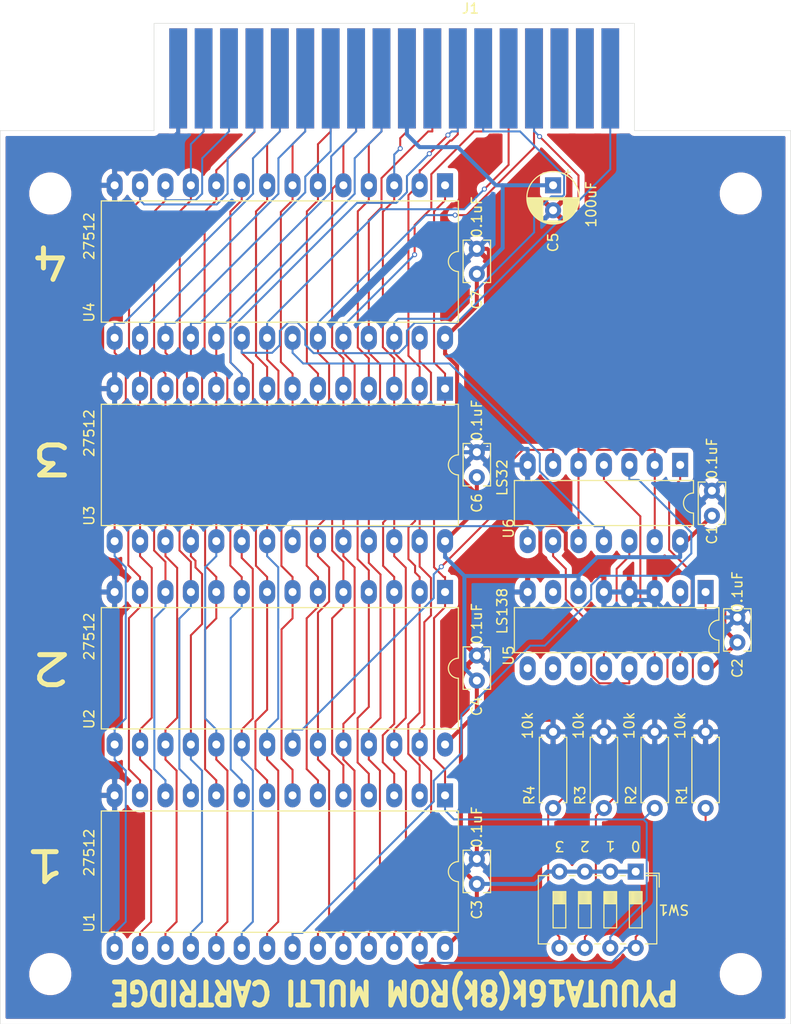
<source format=kicad_pcb>
(kicad_pcb (version 20171130) (host pcbnew "(5.1.9)-1")
  (layers (0 F.Cu signal) (31 B.Cu signal) (34 B.Paste user) (35 F.Paste user) (36 B.SilkS user hide) (37 F.SilkS user) (38 B.Mask user) (39 F.Mask user) (44 Edge.Cuts user))
  (net 0 "")
  (net 1 +5V)
  (net 2 GND)
  (net 3 /D0)
  (net 4 /D1)
  (net 5 /D2)
  (net 6 /D3)
  (net 7 /D4)
  (net 8 /D5)
  (net 9 /D6)
  (net 10 /D7)
  (net 11 /A8)
  (net 12 /A9)
  (net 13 /A2)
  (net 14 /A10)
  (net 15 /A3)
  (net 16 /A11)
  (net 17 /A4)
  (net 18 /A12)
  (net 19 /A5)
  (net 20 /A6)
  (net 21 /A7)
  (net 22 /A13)
  (net 23 "Net-(U4-Pad22)")
  (net 24 /A15)
  (net 25 /A14)
  (net 26 /~DBIN)
  (net 27 /~CS0)
  (net 28 "Net-(R1-Pad1)")
  (net 29 "Net-(R2-Pad1)")
  (net 30 "Net-(R3-Pad1)")
  (net 31 "Net-(R4-Pad1)")
  (net 32 "Net-(U1-Pad22)")
  (net 33 "Net-(U2-Pad22)")
  (net 34 "Net-(U3-Pad22)")
  (net 35 "Net-(U5-Pad12)")
  (net 36 "Net-(U5-Pad13)")
  (net 37 "Net-(U5-Pad14)")
  (net 38 "Net-(U5-Pad15)")
  (module MountingHole:MountingHole_3.2mm_M3 (layer F.Cu) (at 92.63 71.94)
    (fp_text reference MH4 hide)
    (fp_text value MountingHole_3.2mm_M3 hide)
    (pad 1 np_thru_hole circle (at 0 0) (size 3.2 3.2) (drill 3.2) (layers *.Cu *.Mask))
  )
  (module MountingHole:MountingHole_3.2mm_M3 (layer F.Cu) (at 161.63 71.94)
    (fp_text reference MH3 hide)
    (fp_text value MountingHole_3.2mm_M3 hide)
    (pad 1 np_thru_hole circle (at 0 0) (size 3.2 3.2) (drill 3.2) (layers *.Cu *.Mask))
  )
  (module MountingHole:MountingHole_3.2mm_M3 (layer F.Cu) (at 161.63 149.94)
    (fp_text reference MH2 hide)
    (fp_text value MountingHole_3.2mm_M3 hide)
    (pad 1 np_thru_hole circle (at 0 0) (size 3.2 3.2) (drill 3.2) (layers *.Cu *.Mask))
  )
  (module MountingHole:MountingHole_3.2mm_M3 (layer F.Cu) (at 92.63 149.94)
    (fp_text reference MH1 hide)
    (fp_text value MountingHole_3.2mm_M3 hide)
    (pad 1 np_thru_hole circle (at 0 0) (size 3.2 3.2) (drill 3.2) (layers *.Cu *.Mask))
  )
  (module Capacitor_THT:C_Rect_L4.0mm_W2.5mm_P2.50mm (layer F.Cu) (at 158.75 104.14 90)
    (fp_text reference C1 (at -1.905 0 90) (layer F.SilkS))
    (fp_text value 0.1uF)
    (pad 2 thru_hole circle (at 2.5 0 90) (size 1.6 1.6) (drill 0.8) (layers *.Cu *.Mask) (net 2 GND))
    (pad 1 thru_hole circle (at 0 0 90) (size 1.6 1.6) (drill 0.8) (layers *.Cu *.Mask) (net 1 +5V))
  )
  (module Capacitor_THT:C_Rect_L4.0mm_W2.5mm_P2.50mm (layer F.Cu) (at 161.29 114.3 270)
    (fp_text reference C2 (at 5.08 0 90) (layer F.SilkS))
    (fp_text value 0.1uF)
    (pad 1 thru_hole circle (at 0 0 270) (size 1.6 1.6) (drill 0.8) (layers *.Cu *.Mask) (net 2 GND))
    (pad 2 thru_hole circle (at 2.5 0 270) (size 1.6 1.6) (drill 0.8) (layers *.Cu *.Mask) (net 1 +5V))
  )
  (module Capacitor_THT:C_Rect_L4.0mm_W2.5mm_P2.50mm (layer F.Cu) (at 135.255 138.43 270)
    (fp_text reference C3 (at 5.08 0 90) (layer F.SilkS))
    (fp_text value 0.1uF)
    (pad 2 thru_hole circle (at 2.5 0 270) (size 1.6 1.6) (drill 0.8) (layers *.Cu *.Mask) (net 1 +5V))
    (pad 1 thru_hole circle (at 0 0 270) (size 1.6 1.6) (drill 0.8) (layers *.Cu *.Mask) (net 2 GND))
  )
  (module Capacitor_THT:C_Rect_L4.0mm_W2.5mm_P2.50mm (layer F.Cu) (at 135.255 118.11 270)
    (fp_text reference C4 (at 5.08 0 90) (layer F.SilkS))
    (fp_text value 0.1uF)
    (pad 1 thru_hole circle (at 0 0 270) (size 1.6 1.6) (drill 0.8) (layers *.Cu *.Mask) (net 2 GND))
    (pad 2 thru_hole circle (at 2.5 0 270) (size 1.6 1.6) (drill 0.8) (layers *.Cu *.Mask) (net 1 +5V))
  )
  (module Capacitor_THT:C_Rect_L4.0mm_W2.5mm_P2.50mm (layer F.Cu) (at 135.255 97.79 270)
    (fp_text reference C6 (at 5.08 0 90) (layer F.SilkS))
    (fp_text value 0.1uF)
    (pad 1 thru_hole circle (at 0 0 270) (size 1.6 1.6) (drill 0.8) (layers *.Cu *.Mask) (net 2 GND))
    (pad 2 thru_hole circle (at 2.5 0 270) (size 1.6 1.6) (drill 0.8) (layers *.Cu *.Mask) (net 1 +5V))
  )
  (module Capacitor_THT:C_Rect_L4.0mm_W2.5mm_P2.50mm (layer F.Cu) (at 135.255 77.47 270)
    (fp_text reference C7 (at 5.08 0 90) (layer F.SilkS))
    (fp_text value 0.1uF)
    (pad 2 thru_hole circle (at 2.5 0 270) (size 1.6 1.6) (drill 0.8) (layers *.Cu *.Mask) (net 1 +5V))
    (pad 1 thru_hole circle (at 0 0 270) (size 1.6 1.6) (drill 0.8) (layers *.Cu *.Mask) (net 2 GND))
  )
  (module PYUUTA:BUS_36Pin (layer F.Cu) (at 127 60.44)
    (fp_text reference J1 (at 7.62 -6.985) (layer F.SilkS))
    (fp_text value "PYUUTA CART")
    (pad 2 connect rect (at -21.59 0) (size 1.78 10) (layers F.Cu F.Mask) (net 2 GND))
    (pad 4 connect rect (at -19.05 0) (size 1.78 10) (layers F.Cu F.Mask))
    (pad 6 connect rect (at -16.51 0) (size 1.78 10) (layers F.Cu F.Mask))
    (pad 8 connect rect (at -13.97 0) (size 1.78 10) (layers F.Cu F.Mask) (net 24 /A15))
    (pad 10 connect rect (at -11.43 0) (size 1.78 10) (layers F.Cu F.Mask) (net 22 /A13))
    (pad 12 connect rect (at -8.89 0) (size 1.78 10) (layers F.Cu F.Mask) (net 18 /A12))
    (pad 14 connect rect (at -6.35 0) (size 1.78 10) (layers F.Cu F.Mask) (net 16 /A11))
    (pad 16 connect rect (at -3.81 0) (size 1.78 10) (layers F.Cu F.Mask) (net 14 /A10))
    (pad 18 connect rect (at -1.27 0) (size 1.78 10) (layers F.Cu F.Mask) (net 12 /A9))
    (pad 20 connect rect (at 1.27 0) (size 1.78 10) (layers F.Cu F.Mask) (net 11 /A8))
    (pad 22 connect rect (at 3.81 0) (size 1.78 10) (layers F.Cu F.Mask) (net 21 /A7))
    (pad 24 connect rect (at 6.35 0) (size 1.78 10) (layers F.Cu F.Mask) (net 15 /A3))
    (pad 26 connect rect (at 8.89 0) (size 1.78 10) (layers F.Cu F.Mask) (net 20 /A6))
    (pad 28 connect rect (at 11.43 0) (size 1.78 10) (layers F.Cu F.Mask) (net 19 /A5))
    (pad 30 connect rect (at 13.97 0) (size 1.78 10) (layers F.Cu F.Mask) (net 17 /A4))
    (pad 32 connect rect (at 16.51 0) (size 1.78 10) (layers F.Cu F.Mask))
    (pad 34 connect rect (at 19.05 0) (size 1.78 10) (layers F.Cu F.Mask))
    (pad 36 connect rect (at 21.59 0) (size 1.78 10) (layers F.Cu F.Mask))
    (pad 1 connect rect (at -21.59 0) (size 1.78 10) (layers B.Cu B.Mask) (net 2 GND))
    (pad 3 connect rect (at -19.05 0) (size 1.78 10) (layers B.Cu B.Mask) (net 10 /D7))
    (pad 5 connect rect (at -16.51 0) (size 1.78 10) (layers B.Cu B.Mask) (net 9 /D6))
    (pad 7 connect rect (at -13.97 0) (size 1.78 10) (layers B.Cu B.Mask) (net 8 /D5))
    (pad 9 connect rect (at -11.43 0) (size 1.78 10) (layers B.Cu B.Mask) (net 7 /D4))
    (pad 11 connect rect (at -8.89 0) (size 1.78 10) (layers B.Cu B.Mask) (net 6 /D3))
    (pad 13 connect rect (at -6.35 0) (size 1.78 10) (layers B.Cu B.Mask) (net 5 /D2))
    (pad 15 connect rect (at -3.81 0) (size 1.78 10) (layers B.Cu B.Mask) (net 4 /D1))
    (pad 17 connect rect (at -1.27 0) (size 1.78 10) (layers B.Cu B.Mask) (net 3 /D0))
    (pad 19 connect rect (at 1.27 0) (size 1.78 10) (layers B.Cu B.Mask) (net 1 +5V))
    (pad 21 connect rect (at 3.81 0) (size 1.78 10) (layers B.Cu B.Mask))
    (pad 23 connect rect (at 6.35 0) (size 1.78 10) (layers B.Cu B.Mask) (net 25 /A14))
    (pad 25 connect rect (at 8.89 0) (size 1.78 10) (layers B.Cu B.Mask) (net 13 /A2))
    (pad 27 connect rect (at 11.43 0) (size 1.78 10) (layers B.Cu B.Mask))
    (pad 29 connect rect (at 13.97 0) (size 1.78 10) (layers B.Cu B.Mask) (net 26 /~DBIN))
    (pad 31 connect rect (at 16.51 0) (size 1.78 10) (layers B.Cu B.Mask))
    (pad 33 connect rect (at 19.05 0) (size 1.78 10) (layers B.Cu B.Mask))
    (pad 35 connect rect (at 21.59 0) (size 1.78 10) (layers B.Cu B.Mask) (net 27 /~CS0))
  )
  (module Resistor_THT:R_Axial_DIN0207_L6.3mm_D2.5mm_P7.62mm_Horizontal (layer F.Cu) (at 158.115 133.35 90)
    (fp_text reference R1 (at 1.27 -2.37 90) (layer F.SilkS))
    (fp_text value 10k)
    (pad 1 thru_hole circle (at 0 0 90) (size 1.6 1.6) (drill 0.8) (layers *.Cu *.Mask) (net 28 "Net-(R1-Pad1)"))
    (pad 2 thru_hole oval (at 7.62 0 90) (size 1.6 1.6) (drill 0.8) (layers *.Cu *.Mask) (net 2 GND))
  )
  (module Resistor_THT:R_Axial_DIN0207_L6.3mm_D2.5mm_P7.62mm_Horizontal (layer F.Cu) (at 153.035 133.35 90)
    (fp_text reference R2 (at 1.27 -2.37 90) (layer F.SilkS))
    (fp_text value 10k)
    (pad 2 thru_hole oval (at 7.62 0 90) (size 1.6 1.6) (drill 0.8) (layers *.Cu *.Mask) (net 2 GND))
    (pad 1 thru_hole circle (at 0 0 90) (size 1.6 1.6) (drill 0.8) (layers *.Cu *.Mask) (net 29 "Net-(R2-Pad1)"))
  )
  (module Resistor_THT:R_Axial_DIN0207_L6.3mm_D2.5mm_P7.62mm_Horizontal (layer F.Cu) (at 147.955 133.35 90)
    (fp_text reference R3 (at 1.27 -2.37 90) (layer F.SilkS))
    (fp_text value 10k)
    (pad 1 thru_hole circle (at 0 0 90) (size 1.6 1.6) (drill 0.8) (layers *.Cu *.Mask) (net 30 "Net-(R3-Pad1)"))
    (pad 2 thru_hole oval (at 7.62 0 90) (size 1.6 1.6) (drill 0.8) (layers *.Cu *.Mask) (net 2 GND))
  )
  (module Resistor_THT:R_Axial_DIN0207_L6.3mm_D2.5mm_P7.62mm_Horizontal (layer F.Cu) (at 142.875 133.35 90)
    (fp_text reference R4 (at 1.27 -2.37 90) (layer F.SilkS))
    (fp_text value 10k)
    (pad 2 thru_hole oval (at 7.62 0 90) (size 1.6 1.6) (drill 0.8) (layers *.Cu *.Mask) (net 2 GND))
    (pad 1 thru_hole circle (at 0 0 90) (size 1.6 1.6) (drill 0.8) (layers *.Cu *.Mask) (net 31 "Net-(R4-Pad1)"))
  )
  (module Button_Switch_THT:SW_DIP_SPSTx04_Slide_6.7x11.72mm_W7.62mm_P2.54mm_LowProfile (layer F.Cu) (at 151.13 139.7 270)
    (fp_text reference SW1 (at 3.81 -3.81 180 unlocked) (layer F.SilkS))
    (fp_text value SW_DIP_x04)
    (pad 1 thru_hole rect (at 0 0 270) (size 1.6 1.6) (drill 0.8) (layers *.Cu *.Mask) (net 1 +5V))
    (pad 5 thru_hole oval (at 7.62 7.62 270) (size 1.6 1.6) (drill 0.8) (layers *.Cu *.Mask) (net 31 "Net-(R4-Pad1)"))
    (pad 2 thru_hole oval (at 0 2.54 270) (size 1.6 1.6) (drill 0.8) (layers *.Cu *.Mask) (net 1 +5V))
    (pad 6 thru_hole oval (at 7.62 5.08 270) (size 1.6 1.6) (drill 0.8) (layers *.Cu *.Mask) (net 30 "Net-(R3-Pad1)"))
    (pad 3 thru_hole oval (at 0 5.08 270) (size 1.6 1.6) (drill 0.8) (layers *.Cu *.Mask) (net 1 +5V))
    (pad 7 thru_hole oval (at 7.62 2.54 270) (size 1.6 1.6) (drill 0.8) (layers *.Cu *.Mask) (net 29 "Net-(R2-Pad1)"))
    (pad 4 thru_hole oval (at 0 7.62 270) (size 1.6 1.6) (drill 0.8) (layers *.Cu *.Mask) (net 1 +5V))
    (pad 8 thru_hole oval (at 7.62 0 270) (size 1.6 1.6) (drill 0.8) (layers *.Cu *.Mask) (net 28 "Net-(R1-Pad1)"))
  )
  (module Package_DIP:DIP-28_W15.24mm_LongPads (layer F.Cu) (at 132.08 132.08 270)
    (fp_text reference U1 (at 12.7 35.56 90) (layer F.SilkS))
    (fp_text value 27C512)
    (pad 1 thru_hole rect (at 0 0 270) (size 2.4 1.6) (drill 0.8) (layers *.Cu *.Mask) (net 29 "Net-(R2-Pad1)"))
    (pad 15 thru_hole oval (at 15.24 33.02 270) (size 2.4 1.6) (drill 0.8) (layers *.Cu *.Mask) (net 7 /D4))
    (pad 2 thru_hole oval (at 0 2.54 270) (size 2.4 1.6) (drill 0.8) (layers *.Cu *.Mask) (net 15 /A3))
    (pad 16 thru_hole oval (at 15.24 30.48 270) (size 2.4 1.6) (drill 0.8) (layers *.Cu *.Mask) (net 6 /D3))
    (pad 3 thru_hole oval (at 0 5.08 270) (size 2.4 1.6) (drill 0.8) (layers *.Cu *.Mask) (net 11 /A8))
    (pad 17 thru_hole oval (at 15.24 27.94 270) (size 2.4 1.6) (drill 0.8) (layers *.Cu *.Mask) (net 5 /D2))
    (pad 4 thru_hole oval (at 0 7.62 270) (size 2.4 1.6) (drill 0.8) (layers *.Cu *.Mask) (net 12 /A9))
    (pad 18 thru_hole oval (at 15.24 25.4 270) (size 2.4 1.6) (drill 0.8) (layers *.Cu *.Mask) (net 4 /D1))
    (pad 5 thru_hole oval (at 0 10.16 270) (size 2.4 1.6) (drill 0.8) (layers *.Cu *.Mask) (net 14 /A10))
    (pad 19 thru_hole oval (at 15.24 22.86 270) (size 2.4 1.6) (drill 0.8) (layers *.Cu *.Mask) (net 3 /D0))
    (pad 6 thru_hole oval (at 0 12.7 270) (size 2.4 1.6) (drill 0.8) (layers *.Cu *.Mask) (net 16 /A11))
    (pad 20 thru_hole oval (at 15.24 20.32 270) (size 2.4 1.6) (drill 0.8) (layers *.Cu *.Mask) (net 27 /~CS0))
    (pad 7 thru_hole oval (at 0 15.24 270) (size 2.4 1.6) (drill 0.8) (layers *.Cu *.Mask) (net 18 /A12))
    (pad 21 thru_hole oval (at 15.24 17.78 270) (size 2.4 1.6) (drill 0.8) (layers *.Cu *.Mask) (net 19 /A5))
    (pad 8 thru_hole oval (at 0 17.78 270) (size 2.4 1.6) (drill 0.8) (layers *.Cu *.Mask) (net 22 /A13))
    (pad 22 thru_hole oval (at 15.24 15.24 270) (size 2.4 1.6) (drill 0.8) (layers *.Cu *.Mask) (net 32 "Net-(U1-Pad22)"))
    (pad 9 thru_hole oval (at 0 20.32 270) (size 2.4 1.6) (drill 0.8) (layers *.Cu *.Mask) (net 25 /A14))
    (pad 23 thru_hole oval (at 15.24 12.7 270) (size 2.4 1.6) (drill 0.8) (layers *.Cu *.Mask) (net 17 /A4))
    (pad 10 thru_hole oval (at 0 22.86 270) (size 2.4 1.6) (drill 0.8) (layers *.Cu *.Mask) (net 24 /A15))
    (pad 24 thru_hole oval (at 15.24 10.16 270) (size 2.4 1.6) (drill 0.8) (layers *.Cu *.Mask) (net 20 /A6))
    (pad 11 thru_hole oval (at 0 25.4 270) (size 2.4 1.6) (drill 0.8) (layers *.Cu *.Mask) (net 10 /D7))
    (pad 25 thru_hole oval (at 15.24 7.62 270) (size 2.4 1.6) (drill 0.8) (layers *.Cu *.Mask) (net 21 /A7))
    (pad 12 thru_hole oval (at 0 27.94 270) (size 2.4 1.6) (drill 0.8) (layers *.Cu *.Mask) (net 9 /D6))
    (pad 26 thru_hole oval (at 15.24 5.08 270) (size 2.4 1.6) (drill 0.8) (layers *.Cu *.Mask) (net 13 /A2))
    (pad 13 thru_hole oval (at 0 30.48 270) (size 2.4 1.6) (drill 0.8) (layers *.Cu *.Mask) (net 8 /D5))
    (pad 27 thru_hole oval (at 15.24 2.54 270) (size 2.4 1.6) (drill 0.8) (layers *.Cu *.Mask) (net 28 "Net-(R1-Pad1)"))
    (pad 14 thru_hole oval (at 0 33.02 270) (size 2.4 1.6) (drill 0.8) (layers *.Cu *.Mask) (net 2 GND))
    (pad 28 thru_hole oval (at 15.24 0 270) (size 2.4 1.6) (drill 0.8) (layers *.Cu *.Mask) (net 1 +5V))
  )
  (module Package_DIP:DIP-28_W15.24mm_LongPads (layer F.Cu) (at 132.08 111.76 270)
    (fp_text reference U2 (at 12.7 35.56 90) (layer F.SilkS))
    (fp_text value 27C512)
    (pad 1 thru_hole rect (at 0 0 270) (size 2.4 1.6) (drill 0.8) (layers *.Cu *.Mask) (net 29 "Net-(R2-Pad1)"))
    (pad 15 thru_hole oval (at 15.24 33.02 270) (size 2.4 1.6) (drill 0.8) (layers *.Cu *.Mask) (net 7 /D4))
    (pad 2 thru_hole oval (at 0 2.54 270) (size 2.4 1.6) (drill 0.8) (layers *.Cu *.Mask) (net 15 /A3))
    (pad 16 thru_hole oval (at 15.24 30.48 270) (size 2.4 1.6) (drill 0.8) (layers *.Cu *.Mask) (net 6 /D3))
    (pad 3 thru_hole oval (at 0 5.08 270) (size 2.4 1.6) (drill 0.8) (layers *.Cu *.Mask) (net 11 /A8))
    (pad 17 thru_hole oval (at 15.24 27.94 270) (size 2.4 1.6) (drill 0.8) (layers *.Cu *.Mask) (net 5 /D2))
    (pad 4 thru_hole oval (at 0 7.62 270) (size 2.4 1.6) (drill 0.8) (layers *.Cu *.Mask) (net 12 /A9))
    (pad 18 thru_hole oval (at 15.24 25.4 270) (size 2.4 1.6) (drill 0.8) (layers *.Cu *.Mask) (net 4 /D1))
    (pad 5 thru_hole oval (at 0 10.16 270) (size 2.4 1.6) (drill 0.8) (layers *.Cu *.Mask) (net 14 /A10))
    (pad 19 thru_hole oval (at 15.24 22.86 270) (size 2.4 1.6) (drill 0.8) (layers *.Cu *.Mask) (net 3 /D0))
    (pad 6 thru_hole oval (at 0 12.7 270) (size 2.4 1.6) (drill 0.8) (layers *.Cu *.Mask) (net 16 /A11))
    (pad 20 thru_hole oval (at 15.24 20.32 270) (size 2.4 1.6) (drill 0.8) (layers *.Cu *.Mask) (net 27 /~CS0))
    (pad 7 thru_hole oval (at 0 15.24 270) (size 2.4 1.6) (drill 0.8) (layers *.Cu *.Mask) (net 18 /A12))
    (pad 21 thru_hole oval (at 15.24 17.78 270) (size 2.4 1.6) (drill 0.8) (layers *.Cu *.Mask) (net 19 /A5))
    (pad 8 thru_hole oval (at 0 17.78 270) (size 2.4 1.6) (drill 0.8) (layers *.Cu *.Mask) (net 22 /A13))
    (pad 22 thru_hole oval (at 15.24 15.24 270) (size 2.4 1.6) (drill 0.8) (layers *.Cu *.Mask) (net 33 "Net-(U2-Pad22)"))
    (pad 9 thru_hole oval (at 0 20.32 270) (size 2.4 1.6) (drill 0.8) (layers *.Cu *.Mask) (net 25 /A14))
    (pad 23 thru_hole oval (at 15.24 12.7 270) (size 2.4 1.6) (drill 0.8) (layers *.Cu *.Mask) (net 17 /A4))
    (pad 10 thru_hole oval (at 0 22.86 270) (size 2.4 1.6) (drill 0.8) (layers *.Cu *.Mask) (net 24 /A15))
    (pad 24 thru_hole oval (at 15.24 10.16 270) (size 2.4 1.6) (drill 0.8) (layers *.Cu *.Mask) (net 20 /A6))
    (pad 11 thru_hole oval (at 0 25.4 270) (size 2.4 1.6) (drill 0.8) (layers *.Cu *.Mask) (net 10 /D7))
    (pad 25 thru_hole oval (at 15.24 7.62 270) (size 2.4 1.6) (drill 0.8) (layers *.Cu *.Mask) (net 21 /A7))
    (pad 12 thru_hole oval (at 0 27.94 270) (size 2.4 1.6) (drill 0.8) (layers *.Cu *.Mask) (net 9 /D6))
    (pad 26 thru_hole oval (at 15.24 5.08 270) (size 2.4 1.6) (drill 0.8) (layers *.Cu *.Mask) (net 13 /A2))
    (pad 13 thru_hole oval (at 0 30.48 270) (size 2.4 1.6) (drill 0.8) (layers *.Cu *.Mask) (net 8 /D5))
    (pad 27 thru_hole oval (at 15.24 2.54 270) (size 2.4 1.6) (drill 0.8) (layers *.Cu *.Mask) (net 28 "Net-(R1-Pad1)"))
    (pad 14 thru_hole oval (at 0 33.02 270) (size 2.4 1.6) (drill 0.8) (layers *.Cu *.Mask) (net 2 GND))
    (pad 28 thru_hole oval (at 15.24 0 270) (size 2.4 1.6) (drill 0.8) (layers *.Cu *.Mask) (net 1 +5V))
  )
  (module Package_DIP:DIP-28_W15.24mm_LongPads (layer F.Cu) (at 132.08 91.44 270)
    (fp_text reference U3 (at 12.7 35.56 90) (layer F.SilkS))
    (fp_text value 27C512)
    (pad 28 thru_hole oval (at 15.24 0 270) (size 2.4 1.6) (drill 0.8) (layers *.Cu *.Mask) (net 1 +5V))
    (pad 14 thru_hole oval (at 0 33.02 270) (size 2.4 1.6) (drill 0.8) (layers *.Cu *.Mask) (net 2 GND))
    (pad 27 thru_hole oval (at 15.24 2.54 270) (size 2.4 1.6) (drill 0.8) (layers *.Cu *.Mask) (net 28 "Net-(R1-Pad1)"))
    (pad 13 thru_hole oval (at 0 30.48 270) (size 2.4 1.6) (drill 0.8) (layers *.Cu *.Mask) (net 8 /D5))
    (pad 26 thru_hole oval (at 15.24 5.08 270) (size 2.4 1.6) (drill 0.8) (layers *.Cu *.Mask) (net 13 /A2))
    (pad 12 thru_hole oval (at 0 27.94 270) (size 2.4 1.6) (drill 0.8) (layers *.Cu *.Mask) (net 9 /D6))
    (pad 25 thru_hole oval (at 15.24 7.62 270) (size 2.4 1.6) (drill 0.8) (layers *.Cu *.Mask) (net 21 /A7))
    (pad 11 thru_hole oval (at 0 25.4 270) (size 2.4 1.6) (drill 0.8) (layers *.Cu *.Mask) (net 10 /D7))
    (pad 24 thru_hole oval (at 15.24 10.16 270) (size 2.4 1.6) (drill 0.8) (layers *.Cu *.Mask) (net 20 /A6))
    (pad 10 thru_hole oval (at 0 22.86 270) (size 2.4 1.6) (drill 0.8) (layers *.Cu *.Mask) (net 24 /A15))
    (pad 23 thru_hole oval (at 15.24 12.7 270) (size 2.4 1.6) (drill 0.8) (layers *.Cu *.Mask) (net 17 /A4))
    (pad 9 thru_hole oval (at 0 20.32 270) (size 2.4 1.6) (drill 0.8) (layers *.Cu *.Mask) (net 25 /A14))
    (pad 22 thru_hole oval (at 15.24 15.24 270) (size 2.4 1.6) (drill 0.8) (layers *.Cu *.Mask) (net 34 "Net-(U3-Pad22)"))
    (pad 8 thru_hole oval (at 0 17.78 270) (size 2.4 1.6) (drill 0.8) (layers *.Cu *.Mask) (net 22 /A13))
    (pad 21 thru_hole oval (at 15.24 17.78 270) (size 2.4 1.6) (drill 0.8) (layers *.Cu *.Mask) (net 19 /A5))
    (pad 7 thru_hole oval (at 0 15.24 270) (size 2.4 1.6) (drill 0.8) (layers *.Cu *.Mask) (net 18 /A12))
    (pad 20 thru_hole oval (at 15.24 20.32 270) (size 2.4 1.6) (drill 0.8) (layers *.Cu *.Mask) (net 27 /~CS0))
    (pad 6 thru_hole oval (at 0 12.7 270) (size 2.4 1.6) (drill 0.8) (layers *.Cu *.Mask) (net 16 /A11))
    (pad 19 thru_hole oval (at 15.24 22.86 270) (size 2.4 1.6) (drill 0.8) (layers *.Cu *.Mask) (net 3 /D0))
    (pad 5 thru_hole oval (at 0 10.16 270) (size 2.4 1.6) (drill 0.8) (layers *.Cu *.Mask) (net 14 /A10))
    (pad 18 thru_hole oval (at 15.24 25.4 270) (size 2.4 1.6) (drill 0.8) (layers *.Cu *.Mask) (net 4 /D1))
    (pad 4 thru_hole oval (at 0 7.62 270) (size 2.4 1.6) (drill 0.8) (layers *.Cu *.Mask) (net 12 /A9))
    (pad 17 thru_hole oval (at 15.24 27.94 270) (size 2.4 1.6) (drill 0.8) (layers *.Cu *.Mask) (net 5 /D2))
    (pad 3 thru_hole oval (at 0 5.08 270) (size 2.4 1.6) (drill 0.8) (layers *.Cu *.Mask) (net 11 /A8))
    (pad 16 thru_hole oval (at 15.24 30.48 270) (size 2.4 1.6) (drill 0.8) (layers *.Cu *.Mask) (net 6 /D3))
    (pad 2 thru_hole oval (at 0 2.54 270) (size 2.4 1.6) (drill 0.8) (layers *.Cu *.Mask) (net 15 /A3))
    (pad 15 thru_hole oval (at 15.24 33.02 270) (size 2.4 1.6) (drill 0.8) (layers *.Cu *.Mask) (net 7 /D4))
    (pad 1 thru_hole rect (at 0 0 270) (size 2.4 1.6) (drill 0.8) (layers *.Cu *.Mask) (net 29 "Net-(R2-Pad1)"))
  )
  (module Package_DIP:DIP-28_W15.24mm_LongPads (layer F.Cu) (at 132.08 71.12 270)
    (fp_text reference U4 (at 12.7 35.56 90) (layer F.SilkS))
    (fp_text value 27C512)
    (pad 28 thru_hole oval (at 15.24 0 270) (size 2.4 1.6) (drill 0.8) (layers *.Cu *.Mask) (net 1 +5V))
    (pad 14 thru_hole oval (at 0 33.02 270) (size 2.4 1.6) (drill 0.8) (layers *.Cu *.Mask) (net 2 GND))
    (pad 27 thru_hole oval (at 15.24 2.54 270) (size 2.4 1.6) (drill 0.8) (layers *.Cu *.Mask) (net 28 "Net-(R1-Pad1)"))
    (pad 13 thru_hole oval (at 0 30.48 270) (size 2.4 1.6) (drill 0.8) (layers *.Cu *.Mask) (net 8 /D5))
    (pad 26 thru_hole oval (at 15.24 5.08 270) (size 2.4 1.6) (drill 0.8) (layers *.Cu *.Mask) (net 13 /A2))
    (pad 12 thru_hole oval (at 0 27.94 270) (size 2.4 1.6) (drill 0.8) (layers *.Cu *.Mask) (net 9 /D6))
    (pad 25 thru_hole oval (at 15.24 7.62 270) (size 2.4 1.6) (drill 0.8) (layers *.Cu *.Mask) (net 21 /A7))
    (pad 11 thru_hole oval (at 0 25.4 270) (size 2.4 1.6) (drill 0.8) (layers *.Cu *.Mask) (net 10 /D7))
    (pad 24 thru_hole oval (at 15.24 10.16 270) (size 2.4 1.6) (drill 0.8) (layers *.Cu *.Mask) (net 20 /A6))
    (pad 10 thru_hole oval (at 0 22.86 270) (size 2.4 1.6) (drill 0.8) (layers *.Cu *.Mask) (net 24 /A15))
    (pad 23 thru_hole oval (at 15.24 12.7 270) (size 2.4 1.6) (drill 0.8) (layers *.Cu *.Mask) (net 17 /A4))
    (pad 9 thru_hole oval (at 0 20.32 270) (size 2.4 1.6) (drill 0.8) (layers *.Cu *.Mask) (net 25 /A14))
    (pad 22 thru_hole oval (at 15.24 15.24 270) (size 2.4 1.6) (drill 0.8) (layers *.Cu *.Mask) (net 23 "Net-(U4-Pad22)"))
    (pad 8 thru_hole oval (at 0 17.78 270) (size 2.4 1.6) (drill 0.8) (layers *.Cu *.Mask) (net 22 /A13))
    (pad 21 thru_hole oval (at 15.24 17.78 270) (size 2.4 1.6) (drill 0.8) (layers *.Cu *.Mask) (net 19 /A5))
    (pad 7 thru_hole oval (at 0 15.24 270) (size 2.4 1.6) (drill 0.8) (layers *.Cu *.Mask) (net 18 /A12))
    (pad 20 thru_hole oval (at 15.24 20.32 270) (size 2.4 1.6) (drill 0.8) (layers *.Cu *.Mask) (net 27 /~CS0))
    (pad 6 thru_hole oval (at 0 12.7 270) (size 2.4 1.6) (drill 0.8) (layers *.Cu *.Mask) (net 16 /A11))
    (pad 19 thru_hole oval (at 15.24 22.86 270) (size 2.4 1.6) (drill 0.8) (layers *.Cu *.Mask) (net 3 /D0))
    (pad 5 thru_hole oval (at 0 10.16 270) (size 2.4 1.6) (drill 0.8) (layers *.Cu *.Mask) (net 14 /A10))
    (pad 18 thru_hole oval (at 15.24 25.4 270) (size 2.4 1.6) (drill 0.8) (layers *.Cu *.Mask) (net 4 /D1))
    (pad 4 thru_hole oval (at 0 7.62 270) (size 2.4 1.6) (drill 0.8) (layers *.Cu *.Mask) (net 12 /A9))
    (pad 17 thru_hole oval (at 15.24 27.94 270) (size 2.4 1.6) (drill 0.8) (layers *.Cu *.Mask) (net 5 /D2))
    (pad 3 thru_hole oval (at 0 5.08 270) (size 2.4 1.6) (drill 0.8) (layers *.Cu *.Mask) (net 11 /A8))
    (pad 16 thru_hole oval (at 15.24 30.48 270) (size 2.4 1.6) (drill 0.8) (layers *.Cu *.Mask) (net 6 /D3))
    (pad 2 thru_hole oval (at 0 2.54 270) (size 2.4 1.6) (drill 0.8) (layers *.Cu *.Mask) (net 15 /A3))
    (pad 15 thru_hole oval (at 15.24 33.02 270) (size 2.4 1.6) (drill 0.8) (layers *.Cu *.Mask) (net 7 /D4))
    (pad 1 thru_hole rect (at 0 0 270) (size 2.4 1.6) (drill 0.8) (layers *.Cu *.Mask) (net 29 "Net-(R2-Pad1)"))
  )
  (module Package_DIP:DIP-16_W7.62mm_LongPads (layer F.Cu) (at 158.115 111.76 270)
    (fp_text reference U5 (at 6.35 19.685 90) (layer F.SilkS))
    (fp_text value 74LS138)
    (pad 1 thru_hole rect (at 0 0 270) (size 2.4 1.6) (drill 0.8) (layers *.Cu *.Mask) (net 30 "Net-(R3-Pad1)"))
    (pad 9 thru_hole oval (at 7.62 17.78 270) (size 2.4 1.6) (drill 0.8) (layers *.Cu *.Mask))
    (pad 2 thru_hole oval (at 0 2.54 270) (size 2.4 1.6) (drill 0.8) (layers *.Cu *.Mask) (net 31 "Net-(R4-Pad1)"))
    (pad 10 thru_hole oval (at 7.62 15.24 270) (size 2.4 1.6) (drill 0.8) (layers *.Cu *.Mask))
    (pad 3 thru_hole oval (at 0 5.08 270) (size 2.4 1.6) (drill 0.8) (layers *.Cu *.Mask) (net 2 GND))
    (pad 11 thru_hole oval (at 7.62 12.7 270) (size 2.4 1.6) (drill 0.8) (layers *.Cu *.Mask))
    (pad 4 thru_hole oval (at 0 7.62 270) (size 2.4 1.6) (drill 0.8) (layers *.Cu *.Mask) (net 2 GND))
    (pad 12 thru_hole oval (at 7.62 10.16 270) (size 2.4 1.6) (drill 0.8) (layers *.Cu *.Mask) (net 35 "Net-(U5-Pad12)"))
    (pad 5 thru_hole oval (at 0 10.16 270) (size 2.4 1.6) (drill 0.8) (layers *.Cu *.Mask) (net 2 GND))
    (pad 13 thru_hole oval (at 7.62 7.62 270) (size 2.4 1.6) (drill 0.8) (layers *.Cu *.Mask) (net 36 "Net-(U5-Pad13)"))
    (pad 6 thru_hole oval (at 0 12.7 270) (size 2.4 1.6) (drill 0.8) (layers *.Cu *.Mask) (net 1 +5V))
    (pad 14 thru_hole oval (at 7.62 5.08 270) (size 2.4 1.6) (drill 0.8) (layers *.Cu *.Mask) (net 37 "Net-(U5-Pad14)"))
    (pad 7 thru_hole oval (at 0 15.24 270) (size 2.4 1.6) (drill 0.8) (layers *.Cu *.Mask))
    (pad 15 thru_hole oval (at 7.62 2.54 270) (size 2.4 1.6) (drill 0.8) (layers *.Cu *.Mask) (net 38 "Net-(U5-Pad15)"))
    (pad 8 thru_hole oval (at 0 17.78 270) (size 2.4 1.6) (drill 0.8) (layers *.Cu *.Mask) (net 2 GND))
    (pad 16 thru_hole oval (at 7.62 0 270) (size 2.4 1.6) (drill 0.8) (layers *.Cu *.Mask) (net 1 +5V))
  )
  (module Package_DIP:DIP-14_W7.62mm_LongPads (layer F.Cu) (at 155.575 99.06 270)
    (fp_text reference U6 (at 6.35 17.145 90) (layer F.SilkS))
    (fp_text value 74LS32)
    (pad 1 thru_hole rect (at 0 0 270) (size 2.4 1.6) (drill 0.8) (layers *.Cu *.Mask) (net 38 "Net-(U5-Pad15)"))
    (pad 8 thru_hole oval (at 7.62 15.24 270) (size 2.4 1.6) (drill 0.8) (layers *.Cu *.Mask) (net 34 "Net-(U3-Pad22)"))
    (pad 2 thru_hole oval (at 0 2.54 270) (size 2.4 1.6) (drill 0.8) (layers *.Cu *.Mask) (net 26 /~DBIN))
    (pad 9 thru_hole oval (at 7.62 12.7 270) (size 2.4 1.6) (drill 0.8) (layers *.Cu *.Mask) (net 36 "Net-(U5-Pad13)"))
    (pad 3 thru_hole oval (at 0 5.08 270) (size 2.4 1.6) (drill 0.8) (layers *.Cu *.Mask) (net 32 "Net-(U1-Pad22)"))
    (pad 10 thru_hole oval (at 7.62 10.16 270) (size 2.4 1.6) (drill 0.8) (layers *.Cu *.Mask) (net 26 /~DBIN))
    (pad 4 thru_hole oval (at 0 7.62 270) (size 2.4 1.6) (drill 0.8) (layers *.Cu *.Mask) (net 37 "Net-(U5-Pad14)"))
    (pad 11 thru_hole oval (at 7.62 7.62 270) (size 2.4 1.6) (drill 0.8) (layers *.Cu *.Mask) (net 23 "Net-(U4-Pad22)"))
    (pad 5 thru_hole oval (at 0 10.16 270) (size 2.4 1.6) (drill 0.8) (layers *.Cu *.Mask) (net 26 /~DBIN))
    (pad 12 thru_hole oval (at 7.62 5.08 270) (size 2.4 1.6) (drill 0.8) (layers *.Cu *.Mask) (net 35 "Net-(U5-Pad12)"))
    (pad 6 thru_hole oval (at 0 12.7 270) (size 2.4 1.6) (drill 0.8) (layers *.Cu *.Mask) (net 33 "Net-(U2-Pad22)"))
    (pad 13 thru_hole oval (at 7.62 2.54 270) (size 2.4 1.6) (drill 0.8) (layers *.Cu *.Mask) (net 26 /~DBIN))
    (pad 7 thru_hole oval (at 0 15.24 270) (size 2.4 1.6) (drill 0.8) (layers *.Cu *.Mask) (net 2 GND))
    (pad 14 thru_hole oval (at 7.62 0 270) (size 2.4 1.6) (drill 0.8) (layers *.Cu *.Mask) (net 1 +5V))
  )
  (module Capacitor_THT:CP_Radial_D5.0mm_P2.50mm (layer F.Cu) (at 142.875 71.12 270)
    (fp_text reference C5 (at 5.715 0 90) (layer F.SilkS))
    (fp_text value 100uF)
    (pad 1 thru_hole rect (at 0 0 270) (size 1.6 1.6) (drill 0.8) (layers *.Cu *.Mask) (net 1 +5V))
    (pad 2 thru_hole circle (at 2.5 0 270) (size 1.6 1.6) (drill 0.8) (layers *.Cu *.Mask) (net 2 GND))
  )
  (gr_text "PYUUTA16k(8k)ROM MULTI CARTRIDGE" (at 127 151.765 180) (layer F.SilkS) (effects (font (size 2.3 2) (thickness 0.5))))
  (gr_text 4 (at 92.71 78.74 180) (layer F.SilkS) (effects (font (size 3 4) (thickness 0.5))))
  (gr_text 3 (at 92.71 98.425 180) (layer F.SilkS) (effects (font (size 3 4) (thickness 0.5))))
  (gr_text 2 (at 92.71 119.38 180) (layer F.SilkS) (effects (font (size 3 4) (thickness 0.5))))
  (gr_text 1 (at 92.075 139.065 180) (layer F.SilkS) (effects (font (size 3 4) (thickness 0.5))))
  (gr_text LS138 (at 137.795 113.665 90) (layer F.SilkS) (effects (font (size 1 1))))
  (gr_text LS32 (at 137.795 100.33 90) (layer F.SilkS) (effects (font (size 1 1))))
  (gr_text 27512 (at 96.52 76.2 90) (layer F.SilkS) (effects (font (size 1 1))))
  (gr_text 27512 (at 96.52 95.885 90) (layer F.SilkS) (effects (font (size 1 1))))
  (gr_text 27512 (at 96.52 116.205 90) (layer F.SilkS) (effects (font (size 1 1))))
  (gr_text 27512 (at 96.52 137.795 90) (layer F.SilkS) (effects (font (size 1 1))))
  (gr_text 10k (at 155.575 125.095 90) (layer F.SilkS) (effects (font (size 1 1))))
  (gr_text 10k (at 150.495 125.095 90) (layer F.SilkS) (effects (font (size 1 1))))
  (gr_text 10k (at 145.415 125.095 90) (layer F.SilkS) (effects (font (size 1 1))))
  (gr_text 10k (at 140.335 125.095 90) (layer F.SilkS) (effects (font (size 1 1))))
  (gr_text 100uF (at 146.685 73.025 90) (layer F.SilkS) (effects (font (size 1 1))))
  (gr_text 0.1uF (at 135.255 74.295 90) (layer F.SilkS) (effects (font (size 1 1))))
  (gr_text 0.1uF (at 135.255 94.615 90) (layer F.SilkS) (effects (font (size 1 1))))
  (gr_text 0.1uF (at 158.75 98.425 90) (layer F.SilkS) (effects (font (size 1 1))))
  (gr_text 0.1uF (at 161.29 111.76 90) (layer F.SilkS) (effects (font (size 1 1))))
  (gr_text 0.1uF (at 135.255 114.935 90) (layer F.SilkS) (effects (font (size 1 1))))
  (gr_text 0.1uF (at 135.255 135.255 90) (layer F.SilkS) (effects (font (size 1 1))))
  (gr_text 3 (at 143.51 137.16 180) (layer F.SilkS) (effects (font (size 1 1))))
  (gr_text 2 (at 146.05 137.16 180) (layer F.SilkS) (effects (font (size 1 1))))
  (gr_text 1 (at 148.59 137.16 180) (layer F.SilkS) (effects (font (size 1 1))))
  (gr_text 0 (at 151.13 137.16 180) (layer F.SilkS) (effects (font (size 1 1))))
  (gr_line (start 151.003 65.659) (end 166.624 65.659) (layer Edge.Cuts) (width 0.05))
  (gr_line (start 151.003 54.94) (end 151.003 65.659) (layer Edge.Cuts) (width 0.05))
  (gr_line (start 102.997 65.659) (end 87.63 65.659) (layer Edge.Cuts) (width 0.05))
  (gr_line (start 102.997 54.94) (end 102.997 65.659) (layer Edge.Cuts) (width 0.05))
  (gr_line (start 87.63 65.659) (end 87.63 154.94) (layer Edge.Cuts) (width 0.05))
  (gr_line (start 166.63 154.94) (end 166.624 65.659) (layer Edge.Cuts) (width 0.05))
  (gr_line (start 87.63 154.94) (end 166.63 154.94) (layer Edge.Cuts) (width 0.05))
  (gr_line (start 151.003 54.94) (end 102.997 54.94) (layer Edge.Cuts) (width 0.05))
  (segment (start 155.575 106.68) (end 155.575 108.2803) (width 0.4) (layer B.Cu) (net 1))
  (segment (start 155.575 108.2803) (end 147.2944 108.2803) (width 0.4) (layer B.Cu) (net 1))
  (segment (start 147.2944 108.2803) (end 145.415 110.1597) (width 0.4) (layer B.Cu) (net 1))
  (segment (start 134.012 110.1597) (end 134.012 119.367) (width 0.4) (layer B.Cu) (net 1))
  (segment (start 134.012 119.367) (end 135.255 120.61) (width 0.4) (layer B.Cu) (net 1))
  (segment (start 132.08 108.2803) (end 132.1326 108.2803) (width 0.4) (layer B.Cu) (net 1))
  (segment (start 132.1326 108.2803) (end 134.012 110.1597) (width 0.4) (layer B.Cu) (net 1))
  (segment (start 134.012 110.1597) (end 145.415 110.1597) (width 0.4) (layer B.Cu) (net 1))
  (segment (start 145.415 111.76) (end 145.415 110.1597) (width 0.4) (layer B.Cu) (net 1))
  (segment (start 132.08 106.68) (end 132.08 108.2803) (width 0.4) (layer B.Cu) (net 1))
  (segment (start 132.08 86.36) (end 132.08 87.9603) (width 0.4) (layer F.Cu) (net 1))
  (segment (start 135.255 101.8764) (end 135.1048 101.8764) (width 0.4) (layer F.Cu) (net 1))
  (segment (start 135.1048 101.8764) (end 133.2804 100.052) (width 0.4) (layer F.Cu) (net 1))
  (segment (start 133.2804 100.052) (end 133.2804 89.1607) (width 0.4) (layer F.Cu) (net 1))
  (segment (start 133.2804 89.1607) (end 132.08 87.9603) (width 0.4) (layer F.Cu) (net 1))
  (segment (start 135.255 101.8764) (end 135.255 103.505) (width 0.4) (layer F.Cu) (net 1))
  (segment (start 135.255 103.505) (end 132.08 106.68) (width 0.4) (layer F.Cu) (net 1))
  (segment (start 135.255 100.29) (end 135.255 101.8764) (width 0.4) (layer F.Cu) (net 1))
  (segment (start 157.48 105.41) (end 159.9904 107.9204) (width 0.4) (layer F.Cu) (net 1))
  (segment (start 159.9904 107.9204) (end 159.9904 115.5004) (width 0.4) (layer F.Cu) (net 1))
  (segment (start 159.9904 115.5004) (end 161.29 116.8) (width 0.4) (layer F.Cu) (net 1))
  (segment (start 157.48 105.41) (end 156.21 106.68) (width 0.4) (layer F.Cu) (net 1))
  (segment (start 156.21 106.68) (end 155.575 106.68) (width 0.4) (layer F.Cu) (net 1))
  (segment (start 158.75 104.14) (end 157.48 105.41) (width 0.4) (layer F.Cu) (net 1))
  (segment (start 137.8366 71.12) (end 142.875 71.12) (width 0.4) (layer B.Cu) (net 1))
  (segment (start 128.27 60.44) (end 128.27 66.04) (width 0.4) (layer B.Cu) (net 1))
  (segment (start 128.27 66.04) (end 129.54 67.31) (width 0.4) (layer B.Cu) (net 1))
  (segment (start 129.54 67.31) (end 133.35 67.31) (width 0.4) (layer B.Cu) (net 1))
  (segment (start 133.35 67.31) (end 137.16 71.12) (width 0.4) (layer B.Cu) (net 1))
  (segment (start 137.16 71.12) (end 137.8366 71.12) (width 0.4) (layer B.Cu) (net 1))
  (segment (start 135.255 79.97) (end 137.8366 77.3884) (width 0.4) (layer B.Cu) (net 1))
  (segment (start 137.8366 77.3884) (end 137.8366 71.12) (width 0.4) (layer B.Cu) (net 1))
  (segment (start 143.51 139.7) (end 142.3097 139.7) (width 0.4) (layer B.Cu) (net 1))
  (segment (start 135.255 140.93) (end 141.0797 140.93) (width 0.4) (layer B.Cu) (net 1))
  (segment (start 141.0797 140.93) (end 142.3097 139.7) (width 0.4) (layer B.Cu) (net 1))
  (segment (start 148.59 139.7) (end 151.13 139.7) (width 0.4) (layer B.Cu) (net 1))
  (segment (start 146.05 139.7) (end 148.59 139.7) (width 0.4) (layer B.Cu) (net 1))
  (segment (start 143.51 139.7) (end 146.05 139.7) (width 0.4) (layer B.Cu) (net 1))
  (segment (start 135.255 79.97) (end 135.255 83.185) (width 0.4) (layer F.Cu) (net 1))
  (segment (start 135.255 83.185) (end 132.08 86.36) (width 0.4) (layer F.Cu) (net 1))
  (segment (start 133.6675 125.4125) (end 133.6675 139.3425) (width 0.4) (layer F.Cu) (net 1))
  (segment (start 133.6675 139.3425) (end 135.255 140.93) (width 0.4) (layer F.Cu) (net 1))
  (segment (start 133.6675 125.4125) (end 132.08 127) (width 0.4) (layer F.Cu) (net 1))
  (segment (start 135.255 120.61) (end 135.255 123.825) (width 0.4) (layer F.Cu) (net 1))
  (segment (start 135.255 123.825) (end 133.6675 125.4125) (width 0.4) (layer F.Cu) (net 1))
  (segment (start 161.29 116.8) (end 158.71 119.38) (width 0.4) (layer F.Cu) (net 1))
  (segment (start 158.71 119.38) (end 158.115 119.38) (width 0.4) (layer F.Cu) (net 1))
  (segment (start 135.255 140.93) (end 135.255 144.145) (width 0.4) (layer F.Cu) (net 1))
  (segment (start 135.255 144.145) (end 132.08 147.32) (width 0.4) (layer F.Cu) (net 1))
  (segment (start 153.035 125.73) (end 156.9147 125.73) (width 0.4) (layer B.Cu) (net 2))
  (segment (start 147.955 125.73) (end 153.035 125.73) (width 0.4) (layer B.Cu) (net 2))
  (segment (start 158.115 125.73) (end 156.9147 125.73) (width 0.4) (layer B.Cu) (net 2))
  (segment (start 142.875 125.73) (end 147.955 125.73) (width 0.4) (layer B.Cu) (net 2))
  (segment (start 99.06 71.12) (end 99.06 72.7203) (width 0.4) (layer F.Cu) (net 2))
  (segment (start 99.06 91.44) (end 99.06 89.8397) (width 0.4) (layer F.Cu) (net 2))
  (segment (start 99.06 89.8397) (end 97.8143 88.594) (width 0.4) (layer F.Cu) (net 2))
  (segment (start 97.8143 88.594) (end 97.8143 73.966) (width 0.4) (layer F.Cu) (net 2))
  (segment (start 97.8143 73.966) (end 99.06 72.7203) (width 0.4) (layer F.Cu) (net 2))
  (segment (start 156.845 113.3757) (end 156.845 109.6089) (width 0.4) (layer B.Cu) (net 2))
  (segment (start 156.845 109.6089) (end 157.4503 109.0036) (width 0.4) (layer B.Cu) (net 2))
  (segment (start 157.4503 109.0036) (end 157.4503 102.9396) (width 0.4) (layer B.Cu) (net 2))
  (segment (start 157.4503 102.9396) (end 157.4504 102.9396) (width 0.4) (layer B.Cu) (net 2))
  (segment (start 157.4504 102.9396) (end 158.75 101.64) (width 0.4) (layer B.Cu) (net 2))
  (segment (start 161.29 114.3) (end 157.7693 114.3) (width 0.4) (layer B.Cu) (net 2))
  (segment (start 157.7693 114.3) (end 156.845 113.3757) (width 0.4) (layer B.Cu) (net 2))
  (segment (start 153.035 112.5601) (end 153.8506 113.3757) (width 0.4) (layer B.Cu) (net 2))
  (segment (start 153.8506 113.3757) (end 156.845 113.3757) (width 0.4) (layer B.Cu) (net 2))
  (segment (start 142.875 125.73) (end 142.875 124.5297) (width 0.4) (layer F.Cu) (net 2))
  (segment (start 135.255 118.11) (end 141.6747 124.5297) (width 0.4) (layer F.Cu) (net 2))
  (segment (start 141.6747 124.5297) (end 142.875 124.5297) (width 0.4) (layer F.Cu) (net 2))
  (segment (start 103.8097 97.79) (end 99.06 93.0403) (width 0.4) (layer B.Cu) (net 2))
  (segment (start 135.255 97.79) (end 103.8097 97.79) (width 0.4) (layer B.Cu) (net 2))
  (segment (start 103.8097 97.79) (end 97.796 103.8037) (width 0.4) (layer B.Cu) (net 2))
  (segment (start 97.796 103.8037) (end 97.796 108.8957) (width 0.4) (layer B.Cu) (net 2))
  (segment (start 97.796 108.8957) (end 99.06 110.1597) (width 0.4) (layer B.Cu) (net 2))
  (segment (start 99.06 111.76) (end 99.06 110.1597) (width 0.4) (layer B.Cu) (net 2))
  (segment (start 99.06 91.44) (end 99.06 93.0403) (width 0.4) (layer B.Cu) (net 2))
  (segment (start 140.335 97.4597) (end 135.5853 97.4597) (width 0.4) (layer B.Cu) (net 2))
  (segment (start 135.5853 97.4597) (end 135.255 97.79) (width 0.4) (layer B.Cu) (net 2))
  (segment (start 150.495 112.5601) (end 153.035 112.5601) (width 0.4) (layer B.Cu) (net 2))
  (segment (start 153.035 111.76) (end 153.035 112.5601) (width 0.4) (layer B.Cu) (net 2))
  (segment (start 150.495 112.5601) (end 150.495 113.3603) (width 0.4) (layer B.Cu) (net 2))
  (segment (start 150.495 111.76) (end 150.495 112.5601) (width 0.4) (layer B.Cu) (net 2))
  (segment (start 147.955 111.76) (end 147.955 113.3603) (width 0.4) (layer B.Cu) (net 2))
  (segment (start 147.955 113.3603) (end 150.495 113.3603) (width 0.4) (layer B.Cu) (net 2))
  (segment (start 142.875 125.73) (end 142.875 126.9303) (width 0.4) (layer F.Cu) (net 2))
  (segment (start 142.875 126.9303) (end 135.255 134.5503) (width 0.4) (layer F.Cu) (net 2))
  (segment (start 135.255 134.5503) (end 135.255 138.43) (width 0.4) (layer F.Cu) (net 2))
  (segment (start 136.4554 77.6419) (end 138.8531 77.6419) (width 0.4) (layer F.Cu) (net 2))
  (segment (start 138.8531 77.6419) (end 142.875 73.62) (width 0.4) (layer F.Cu) (net 2))
  (segment (start 135.255 77.47) (end 136.2835 77.47) (width 0.4) (layer F.Cu) (net 2))
  (segment (start 136.2835 77.47) (end 136.4554 77.6419) (width 0.4) (layer F.Cu) (net 2))
  (segment (start 135.255 97.79) (end 136.4554 96.5896) (width 0.4) (layer F.Cu) (net 2))
  (segment (start 136.4554 96.5896) (end 136.4554 77.6419) (width 0.4) (layer F.Cu) (net 2))
  (segment (start 105.41 60.44) (end 105.41 65.8403) (width 0.4) (layer F.Cu) (net 2))
  (segment (start 99.06 71.12) (end 99.06 69.5197) (width 0.4) (layer F.Cu) (net 2))
  (segment (start 99.06 69.5197) (end 101.7306 69.5197) (width 0.4) (layer F.Cu) (net 2))
  (segment (start 101.7306 69.5197) (end 105.41 65.8403) (width 0.4) (layer F.Cu) (net 2))
  (segment (start 99.06 132.08) (end 99.06 130.4797) (width 0.4) (layer F.Cu) (net 2))
  (segment (start 99.06 111.76) (end 99.06 113.3603) (width 0.4) (layer F.Cu) (net 2))
  (segment (start 99.06 113.3603) (end 97.8564 114.5639) (width 0.4) (layer F.Cu) (net 2))
  (segment (start 97.8564 114.5639) (end 97.8564 129.2761) (width 0.4) (layer F.Cu) (net 2))
  (segment (start 97.8564 129.2761) (end 99.06 130.4797) (width 0.4) (layer F.Cu) (net 2))
  (segment (start 141.6049 105.0701) (end 141.6049 108.8898) (width 0.4) (layer F.Cu) (net 2))
  (segment (start 141.6049 108.8898) (end 140.335 110.1597) (width 0.4) (layer F.Cu) (net 2))
  (segment (start 140.335 100.6603) (end 141.6049 101.9302) (width 0.4) (layer F.Cu) (net 2))
  (segment (start 141.6049 101.9302) (end 141.6049 105.0701) (width 0.4) (layer F.Cu) (net 2))
  (segment (start 141.6049 105.0701) (end 143.3677 105.0701) (width 0.4) (layer F.Cu) (net 2))
  (segment (start 143.3677 105.0701) (end 144.145 105.8474) (width 0.4) (layer F.Cu) (net 2))
  (segment (start 144.145 105.8474) (end 144.145 107.5076) (width 0.4) (layer F.Cu) (net 2))
  (segment (start 144.145 107.5076) (end 146.7971 110.1597) (width 0.4) (layer F.Cu) (net 2))
  (segment (start 146.7971 110.1597) (end 147.955 110.1597) (width 0.4) (layer F.Cu) (net 2))
  (segment (start 147.955 111.76) (end 147.955 110.1597) (width 0.4) (layer F.Cu) (net 2))
  (segment (start 140.335 111.76) (end 140.335 110.1597) (width 0.4) (layer F.Cu) (net 2))
  (segment (start 140.335 99.06) (end 140.335 100.6603) (width 0.4) (layer F.Cu) (net 2))
  (segment (start 99.06 71.12) (end 99.06 69.5197) (width 0.4) (layer B.Cu) (net 2))
  (segment (start 105.41 60.44) (end 105.41 65.8403) (width 0.4) (layer B.Cu) (net 2))
  (segment (start 105.41 65.8403) (end 101.7306 69.5197) (width 0.4) (layer B.Cu) (net 2))
  (segment (start 101.7306 69.5197) (end 99.06 69.5197) (width 0.4) (layer B.Cu) (net 2))
  (segment (start 140.335 111.76) (end 140.335 113.3603) (width 0.4) (layer B.Cu) (net 2))
  (segment (start 140.335 113.3603) (end 140.0047 113.3603) (width 0.4) (layer B.Cu) (net 2))
  (segment (start 140.0047 113.3603) (end 135.255 118.11) (width 0.4) (layer B.Cu) (net 2))
  (segment (start 140.335 99.06) (end 140.335 97.4597) (width 0.4) (layer B.Cu) (net 2))
  (segment (start 125.73 60.44) (end 125.73 65.7403) (width 0.2) (layer B.Cu) (net 3))
  (segment (start 109.22 86.36) (end 109.22 84.8597) (width 0.2) (layer B.Cu) (net 3))
  (segment (start 109.22 84.8597) (end 110.1577 84.8597) (width 0.2) (layer B.Cu) (net 3))
  (segment (start 110.1577 84.8597) (end 123.0484 71.969) (width 0.2) (layer B.Cu) (net 3))
  (segment (start 123.0484 71.969) (end 123.0484 68.4219) (width 0.2) (layer B.Cu) (net 3))
  (segment (start 123.0484 68.4219) (end 125.73 65.7403) (width 0.2) (layer B.Cu) (net 3))
  (segment (start 109.22 147.32) (end 109.22 145.8197) (width 0.2) (layer F.Cu) (net 3))
  (segment (start 109.22 127) (end 109.22 128.5003) (width 0.2) (layer F.Cu) (net 3))
  (segment (start 109.22 128.5003) (end 110.3311 129.6114) (width 0.2) (layer F.Cu) (net 3))
  (segment (start 110.3311 129.6114) (end 110.3311 144.7086) (width 0.2) (layer F.Cu) (net 3))
  (segment (start 110.3311 144.7086) (end 109.22 145.8197) (width 0.2) (layer F.Cu) (net 3))
  (segment (start 109.22 106.68) (end 109.22 105.1797) (width 0.2) (layer F.Cu) (net 3))
  (segment (start 109.22 86.36) (end 109.22 88.5245) (width 0.2) (layer F.Cu) (net 3))
  (segment (start 109.22 88.5245) (end 110.3242 89.6287) (width 0.2) (layer F.Cu) (net 3))
  (segment (start 110.3242 89.6287) (end 110.3242 94.6592) (width 0.2) (layer F.Cu) (net 3))
  (segment (start 110.3242 94.6592) (end 109.22 95.7634) (width 0.2) (layer F.Cu) (net 3))
  (segment (start 109.22 95.7634) (end 109.22 105.1797) (width 0.2) (layer F.Cu) (net 3))
  (segment (start 109.22 127) (end 109.22 125.4997) (width 0.2) (layer B.Cu) (net 3))
  (segment (start 109.22 106.68) (end 109.22 108.1803) (width 0.2) (layer B.Cu) (net 3))
  (segment (start 109.22 108.1803) (end 108.1088 109.2915) (width 0.2) (layer B.Cu) (net 3))
  (segment (start 108.1088 109.2915) (end 108.1088 124.3885) (width 0.2) (layer B.Cu) (net 3))
  (segment (start 108.1088 124.3885) (end 109.22 125.4997) (width 0.2) (layer B.Cu) (net 3))
  (segment (start 106.68 106.68) (end 106.68 105.1797) (width 0.2) (layer F.Cu) (net 4))
  (segment (start 106.68 86.36) (end 106.68 88.5245) (width 0.2) (layer F.Cu) (net 4))
  (segment (start 106.68 88.5245) (end 107.7999 89.6444) (width 0.2) (layer F.Cu) (net 4))
  (segment (start 107.7999 89.6444) (end 107.7999 94.6435) (width 0.2) (layer F.Cu) (net 4))
  (segment (start 107.7999 94.6435) (end 107.1359 95.3075) (width 0.2) (layer F.Cu) (net 4))
  (segment (start 107.1359 95.3075) (end 107.1359 104.7238) (width 0.2) (layer F.Cu) (net 4))
  (segment (start 107.1359 104.7238) (end 106.68 105.1797) (width 0.2) (layer F.Cu) (net 4))
  (segment (start 106.68 106.68) (end 106.68 108.1803) (width 0.2) (layer F.Cu) (net 4))
  (segment (start 106.68 108.1803) (end 107.14 108.6403) (width 0.2) (layer F.Cu) (net 4))
  (segment (start 107.14 108.6403) (end 107.14 109.3045) (width 0.2) (layer F.Cu) (net 4))
  (segment (start 107.14 109.3045) (end 107.7986 109.9631) (width 0.2) (layer F.Cu) (net 4))
  (segment (start 107.7986 109.9631) (end 107.7986 114.9648) (width 0.2) (layer F.Cu) (net 4))
  (segment (start 107.7986 114.9648) (end 106.68 116.0834) (width 0.2) (layer F.Cu) (net 4))
  (segment (start 106.68 116.0834) (end 106.68 127) (width 0.2) (layer F.Cu) (net 4))
  (segment (start 106.68 147.32) (end 106.68 145.8197) (width 0.2) (layer B.Cu) (net 4))
  (segment (start 106.68 127) (end 106.68 128.5003) (width 0.2) (layer B.Cu) (net 4))
  (segment (start 106.68 128.5003) (end 107.7911 129.6114) (width 0.2) (layer B.Cu) (net 4))
  (segment (start 107.7911 129.6114) (end 107.7911 144.7086) (width 0.2) (layer B.Cu) (net 4))
  (segment (start 107.7911 144.7086) (end 106.68 145.8197) (width 0.2) (layer B.Cu) (net 4))
  (segment (start 123.19 60.44) (end 123.19 65.7403) (width 0.2) (layer B.Cu) (net 4))
  (segment (start 106.68 86.36) (end 106.68 84.8597) (width 0.2) (layer B.Cu) (net 4))
  (segment (start 106.68 84.8597) (end 107.6177 84.8597) (width 0.2) (layer B.Cu) (net 4))
  (segment (start 107.6177 84.8597) (end 120.6961 71.7813) (width 0.2) (layer B.Cu) (net 4))
  (segment (start 120.6961 71.7813) (end 120.6961 68.2342) (width 0.2) (layer B.Cu) (net 4))
  (segment (start 120.6961 68.2342) (end 123.19 65.7403) (width 0.2) (layer B.Cu) (net 4))
  (segment (start 104.14 127) (end 104.14 125.4997) (width 0.2) (layer F.Cu) (net 5))
  (segment (start 104.14 106.68) (end 104.14 108.1803) (width 0.2) (layer F.Cu) (net 5))
  (segment (start 104.14 108.1803) (end 105.3096 109.3499) (width 0.2) (layer F.Cu) (net 5))
  (segment (start 105.3096 109.3499) (end 105.3096 124.3301) (width 0.2) (layer F.Cu) (net 5))
  (segment (start 105.3096 124.3301) (end 104.14 125.4997) (width 0.2) (layer F.Cu) (net 5))
  (segment (start 104.14 105.9298) (end 104.14 106.68) (width 0.2) (layer F.Cu) (net 5))
  (segment (start 104.14 86.36) (end 104.14 84.8597) (width 0.2) (layer B.Cu) (net 5))
  (segment (start 104.14 84.8597) (end 105.0777 84.8597) (width 0.2) (layer B.Cu) (net 5))
  (segment (start 105.0777 84.8597) (end 118.11 71.8274) (width 0.2) (layer B.Cu) (net 5))
  (segment (start 118.11 71.8274) (end 118.11 70.254) (width 0.2) (layer B.Cu) (net 5))
  (segment (start 118.11 70.254) (end 120.65 67.714) (width 0.2) (layer B.Cu) (net 5))
  (segment (start 120.65 67.714) (end 120.65 60.44) (width 0.2) (layer B.Cu) (net 5))
  (segment (start 104.14 147.32) (end 104.14 145.8197) (width 0.2) (layer F.Cu) (net 5))
  (segment (start 104.14 127) (end 104.14 128.5003) (width 0.2) (layer F.Cu) (net 5))
  (segment (start 104.14 128.5003) (end 105.2511 129.6114) (width 0.2) (layer F.Cu) (net 5))
  (segment (start 105.2511 129.6114) (end 105.2511 144.7086) (width 0.2) (layer F.Cu) (net 5))
  (segment (start 105.2511 144.7086) (end 104.14 145.8197) (width 0.2) (layer F.Cu) (net 5))
  (segment (start 104.14 105.9298) (end 104.14 105.1797) (width 0.2) (layer F.Cu) (net 5))
  (segment (start 104.14 86.36) (end 104.14 87.8603) (width 0.2) (layer F.Cu) (net 5))
  (segment (start 104.14 87.8603) (end 105.3096 89.0299) (width 0.2) (layer F.Cu) (net 5))
  (segment (start 105.3096 89.0299) (end 105.3096 104.0101) (width 0.2) (layer F.Cu) (net 5))
  (segment (start 105.3096 104.0101) (end 104.14 105.1797) (width 0.2) (layer F.Cu) (net 5))
  (segment (start 118.11 60.44) (end 118.11 65.7403) (width 0.2) (layer B.Cu) (net 6))
  (segment (start 101.6 86.36) (end 101.6 84.8597) (width 0.2) (layer B.Cu) (net 6))
  (segment (start 101.6 84.8597) (end 102.5377 84.8597) (width 0.2) (layer B.Cu) (net 6))
  (segment (start 102.5377 84.8597) (end 115.4284 71.969) (width 0.2) (layer B.Cu) (net 6))
  (segment (start 115.4284 71.969) (end 115.4284 68.4219) (width 0.2) (layer B.Cu) (net 6))
  (segment (start 115.4284 68.4219) (end 118.11 65.7403) (width 0.2) (layer B.Cu) (net 6))
  (segment (start 101.6 106.68) (end 101.6 105.1797) (width 0.2) (layer F.Cu) (net 6))
  (segment (start 101.6 86.36) (end 101.6 87.8603) (width 0.2) (layer F.Cu) (net 6))
  (segment (start 101.6 87.8603) (end 101.6 88.5245) (width 0.2) (layer F.Cu) (net 6))
  (segment (start 101.6 88.5245) (end 102.7042 89.6287) (width 0.2) (layer F.Cu) (net 6))
  (segment (start 102.7042 89.6287) (end 102.7042 94.6592) (width 0.2) (layer F.Cu) (net 6))
  (segment (start 102.7042 94.6592) (end 101.6 95.7634) (width 0.2) (layer F.Cu) (net 6))
  (segment (start 101.6 95.7634) (end 101.6 105.1797) (width 0.2) (layer F.Cu) (net 6))
  (segment (start 101.6 127) (end 101.6 125.4997) (width 0.2) (layer F.Cu) (net 6))
  (segment (start 101.6 106.68) (end 101.6 108.1803) (width 0.2) (layer F.Cu) (net 6))
  (segment (start 101.6 108.1803) (end 102.7696 109.3499) (width 0.2) (layer F.Cu) (net 6))
  (segment (start 102.7696 109.3499) (end 102.7696 124.3301) (width 0.2) (layer F.Cu) (net 6))
  (segment (start 102.7696 124.3301) (end 101.6 125.4997) (width 0.2) (layer F.Cu) (net 6))
  (segment (start 101.6 147.32) (end 101.6 145.8197) (width 0.2) (layer F.Cu) (net 6))
  (segment (start 101.6 127) (end 101.6 128.5003) (width 0.2) (layer F.Cu) (net 6))
  (segment (start 101.6 128.5003) (end 102.7111 129.6114) (width 0.2) (layer F.Cu) (net 6))
  (segment (start 102.7111 129.6114) (end 102.7111 144.7086) (width 0.2) (layer F.Cu) (net 6))
  (segment (start 102.7111 144.7086) (end 101.6 145.8197) (width 0.2) (layer F.Cu) (net 6))
  (segment (start 99.06 87.8603) (end 100.1744 88.9747) (width 0.2) (layer F.Cu) (net 7))
  (segment (start 100.1744 88.9747) (end 100.1744 92.6336) (width 0.2) (layer F.Cu) (net 7))
  (segment (start 100.1744 92.6336) (end 99.06 93.748) (width 0.2) (layer F.Cu) (net 7))
  (segment (start 99.06 93.748) (end 99.06 106.68) (width 0.2) (layer F.Cu) (net 7))
  (segment (start 99.06 86.36) (end 99.06 87.8603) (width 0.2) (layer F.Cu) (net 7))
  (segment (start 99.06 127) (end 99.06 125.4997) (width 0.2) (layer B.Cu) (net 7))
  (segment (start 99.06 106.68) (end 99.06 108.1803) (width 0.2) (layer B.Cu) (net 7))
  (segment (start 99.06 108.1803) (end 100.1711 109.2914) (width 0.2) (layer B.Cu) (net 7))
  (segment (start 100.1711 109.2914) (end 100.1711 124.3886) (width 0.2) (layer B.Cu) (net 7))
  (segment (start 100.1711 124.3886) (end 99.06 125.4997) (width 0.2) (layer B.Cu) (net 7))
  (segment (start 99.06 147.32) (end 99.06 145.8197) (width 0.2) (layer B.Cu) (net 7))
  (segment (start 99.06 127) (end 99.06 128.5003) (width 0.2) (layer B.Cu) (net 7))
  (segment (start 99.06 128.5003) (end 100.1711 129.6114) (width 0.2) (layer B.Cu) (net 7))
  (segment (start 100.1711 129.6114) (end 100.1711 144.7086) (width 0.2) (layer B.Cu) (net 7))
  (segment (start 100.1711 144.7086) (end 99.06 145.8197) (width 0.2) (layer B.Cu) (net 7))
  (segment (start 115.57 60.44) (end 115.57 65.7403) (width 0.2) (layer B.Cu) (net 7))
  (segment (start 99.06 86.36) (end 99.06 84.8597) (width 0.2) (layer B.Cu) (net 7))
  (segment (start 99.06 84.8597) (end 99.9977 84.8597) (width 0.2) (layer B.Cu) (net 7))
  (segment (start 99.9977 84.8597) (end 112.8884 71.969) (width 0.2) (layer B.Cu) (net 7))
  (segment (start 112.8884 71.969) (end 112.8884 68.4219) (width 0.2) (layer B.Cu) (net 7))
  (segment (start 112.8884 68.4219) (end 115.57 65.7403) (width 0.2) (layer B.Cu) (net 7))
  (segment (start 101.6 71.12) (end 101.6 72.6203) (width 0.2) (layer F.Cu) (net 8))
  (segment (start 101.6 72.6203) (end 100.4982 73.7221) (width 0.2) (layer F.Cu) (net 8))
  (segment (start 100.4982 73.7221) (end 100.4982 87.989) (width 0.2) (layer F.Cu) (net 8))
  (segment (start 100.4982 87.989) (end 101.6 89.0908) (width 0.2) (layer F.Cu) (net 8))
  (segment (start 101.6 89.0908) (end 101.6 91.44) (width 0.2) (layer F.Cu) (net 8))
  (segment (start 101.6 111.76) (end 101.6 110.2597) (width 0.2) (layer F.Cu) (net 8))
  (segment (start 101.6 91.44) (end 101.6 92.9403) (width 0.2) (layer F.Cu) (net 8))
  (segment (start 101.6 92.9403) (end 100.4304 94.1099) (width 0.2) (layer F.Cu) (net 8))
  (segment (start 100.4304 94.1099) (end 100.4304 109.0901) (width 0.2) (layer F.Cu) (net 8))
  (segment (start 100.4304 109.0901) (end 101.6 110.2597) (width 0.2) (layer F.Cu) (net 8))
  (segment (start 101.6 111.76) (end 101.6 113.2603) (width 0.2) (layer F.Cu) (net 8))
  (segment (start 113.03 60.44) (end 113.03 65.7403) (width 0.2) (layer B.Cu) (net 8))
  (segment (start 101.6 71.12) (end 101.6 72.6203) (width 0.2) (layer B.Cu) (net 8))
  (segment (start 101.6 72.6203) (end 102.0139 73.0342) (width 0.2) (layer B.Cu) (net 8))
  (segment (start 102.0139 73.0342) (end 109.2647 73.0342) (width 0.2) (layer B.Cu) (net 8))
  (segment (start 109.2647 73.0342) (end 110.3484 71.9505) (width 0.2) (layer B.Cu) (net 8))
  (segment (start 110.3484 71.9505) (end 110.3484 68.4219) (width 0.2) (layer B.Cu) (net 8))
  (segment (start 110.3484 68.4219) (end 113.03 65.7403) (width 0.2) (layer B.Cu) (net 8))
  (segment (start 101.6 113.2603) (end 100.4888 114.3715) (width 0.2) (layer F.Cu) (net 8))
  (segment (start 100.4888 114.3715) (end 100.4888 129.4685) (width 0.2) (layer F.Cu) (net 8))
  (segment (start 100.4888 129.4685) (end 101.6 130.5797) (width 0.2) (layer F.Cu) (net 8))
  (segment (start 101.6 132.08) (end 101.6 130.5797) (width 0.2) (layer F.Cu) (net 8))
  (segment (start 104.14 132.08) (end 104.14 130.5797) (width 0.2) (layer B.Cu) (net 9))
  (segment (start 104.14 111.76) (end 104.14 113.2603) (width 0.2) (layer B.Cu) (net 9))
  (segment (start 104.14 113.2603) (end 103.0288 114.3715) (width 0.2) (layer B.Cu) (net 9))
  (segment (start 103.0288 114.3715) (end 103.0288 129.4685) (width 0.2) (layer B.Cu) (net 9))
  (segment (start 103.0288 129.4685) (end 104.14 130.5797) (width 0.2) (layer B.Cu) (net 9))
  (segment (start 104.14 111.76) (end 104.14 108.7466) (width 0.2) (layer F.Cu) (net 9))
  (segment (start 104.14 108.7466) (end 103.0044 107.611) (width 0.2) (layer F.Cu) (net 9))
  (segment (start 103.0044 107.611) (end 103.0044 95.2081) (width 0.2) (layer F.Cu) (net 9))
  (segment (start 103.0044 95.2081) (end 104.14 94.0725) (width 0.2) (layer F.Cu) (net 9))
  (segment (start 104.14 94.0725) (end 104.14 92.9403) (width 0.2) (layer F.Cu) (net 9))
  (segment (start 110.49 60.44) (end 110.49 65.7403) (width 0.2) (layer B.Cu) (net 9))
  (segment (start 104.14 71.12) (end 104.14 72.6203) (width 0.2) (layer B.Cu) (net 9))
  (segment (start 104.14 72.6203) (end 107.1432 72.6203) (width 0.2) (layer B.Cu) (net 9))
  (segment (start 107.1432 72.6203) (end 107.8084 71.9551) (width 0.2) (layer B.Cu) (net 9))
  (segment (start 107.8084 71.9551) (end 107.8084 68.4219) (width 0.2) (layer B.Cu) (net 9))
  (segment (start 107.8084 68.4219) (end 110.49 65.7403) (width 0.2) (layer B.Cu) (net 9))
  (segment (start 104.14 91.44) (end 104.14 89.9397) (width 0.2) (layer F.Cu) (net 9))
  (segment (start 104.14 91.44) (end 104.14 92.9403) (width 0.2) (layer F.Cu) (net 9))
  (segment (start 104.14 72.6203) (end 103.0045 73.7558) (width 0.2) (layer F.Cu) (net 9))
  (segment (start 103.0045 73.7558) (end 103.0045 88.8042) (width 0.2) (layer F.Cu) (net 9))
  (segment (start 103.0045 88.8042) (end 104.14 89.9397) (width 0.2) (layer F.Cu) (net 9))
  (segment (start 104.14 71.12) (end 104.14 72.6203) (width 0.2) (layer F.Cu) (net 9))
  (segment (start 107.95 60.44) (end 107.95 65.7403) (width 0.2) (layer B.Cu) (net 10))
  (segment (start 106.68 71.12) (end 106.68 67.0103) (width 0.2) (layer B.Cu) (net 10))
  (segment (start 106.68 67.0103) (end 107.95 65.7403) (width 0.2) (layer B.Cu) (net 10))
  (segment (start 106.68 132.08) (end 106.68 130.5797) (width 0.2) (layer B.Cu) (net 10))
  (segment (start 106.68 111.76) (end 106.68 113.2603) (width 0.2) (layer B.Cu) (net 10))
  (segment (start 106.68 113.2603) (end 105.5301 114.4102) (width 0.2) (layer B.Cu) (net 10))
  (segment (start 105.5301 114.4102) (end 105.5301 129.4298) (width 0.2) (layer B.Cu) (net 10))
  (segment (start 105.5301 129.4298) (end 106.68 130.5797) (width 0.2) (layer B.Cu) (net 10))
  (segment (start 106.68 71.12) (end 106.68 72.6203) (width 0.2) (layer F.Cu) (net 10))
  (segment (start 106.68 97.5747) (end 106.68 92.2668) (width 0.2) (layer F.Cu) (net 10))
  (segment (start 106.68 92.2668) (end 106.2796 91.8664) (width 0.2) (layer F.Cu) (net 10))
  (segment (start 106.2796 91.8664) (end 106.2796 88.8751) (width 0.2) (layer F.Cu) (net 10))
  (segment (start 106.2796 88.8751) (end 105.5652 88.1607) (width 0.2) (layer F.Cu) (net 10))
  (segment (start 105.5652 88.1607) (end 105.5652 73.7351) (width 0.2) (layer F.Cu) (net 10))
  (segment (start 105.5652 73.7351) (end 106.68 72.6203) (width 0.2) (layer F.Cu) (net 10))
  (segment (start 106.68 97.5747) (end 106.68 103.7094) (width 0.2) (layer F.Cu) (net 10))
  (segment (start 106.68 103.7094) (end 105.5444 104.845) (width 0.2) (layer F.Cu) (net 10))
  (segment (start 105.5444 104.845) (end 105.5444 107.611) (width 0.2) (layer F.Cu) (net 10))
  (segment (start 105.5444 107.611) (end 106.68 108.7466) (width 0.2) (layer F.Cu) (net 10))
  (segment (start 106.68 108.7466) (end 106.68 111.76) (width 0.2) (layer F.Cu) (net 10))
  (segment (start 106.68 91.44) (end 106.68 97.5747) (width 0.2) (layer F.Cu) (net 10))
  (segment (start 128.27 65.7403) (end 127.6 66.4103) (width 0.2) (layer F.Cu) (net 11))
  (segment (start 127.6 66.4103) (end 127.6 67.448) (width 0.2) (layer F.Cu) (net 11))
  (segment (start 127 71.12) (end 127 68.048) (width 0.2) (layer B.Cu) (net 11))
  (segment (start 127 68.048) (end 127.6 67.448) (width 0.2) (layer B.Cu) (net 11))
  (segment (start 127 91.44) (end 127 88.4266) (width 0.2) (layer F.Cu) (net 11))
  (segment (start 127 88.4266) (end 125.8644 87.291) (width 0.2) (layer F.Cu) (net 11))
  (segment (start 125.8644 87.291) (end 125.8644 73.7559) (width 0.2) (layer F.Cu) (net 11))
  (segment (start 125.8644 73.7559) (end 127 72.6203) (width 0.2) (layer F.Cu) (net 11))
  (segment (start 128.27 60.44) (end 128.27 65.7403) (width 0.2) (layer F.Cu) (net 11))
  (segment (start 127 71.12) (end 127 72.6203) (width 0.2) (layer F.Cu) (net 11))
  (segment (start 127 132.08) (end 127 129.9155) (width 0.2) (layer F.Cu) (net 11))
  (segment (start 127 129.9155) (end 125.8553 128.7708) (width 0.2) (layer F.Cu) (net 11))
  (segment (start 125.8553 128.7708) (end 125.8553 126.0781) (width 0.2) (layer F.Cu) (net 11))
  (segment (start 125.8553 126.0781) (end 127 124.9334) (width 0.2) (layer F.Cu) (net 11))
  (segment (start 127 124.9334) (end 127 111.76) (width 0.2) (layer F.Cu) (net 11))
  (segment (start 127 91.44) (end 127 103.7094) (width 0.2) (layer F.Cu) (net 11))
  (segment (start 127 103.7094) (end 125.8888 104.8206) (width 0.2) (layer F.Cu) (net 11))
  (segment (start 125.8888 104.8206) (end 125.8888 109.1485) (width 0.2) (layer F.Cu) (net 11))
  (segment (start 125.8888 109.1485) (end 127 110.2597) (width 0.2) (layer F.Cu) (net 11))
  (segment (start 127 111.76) (end 127 110.2597) (width 0.2) (layer F.Cu) (net 11))
  (via (at 127.6 67.448) (size 0.5) (layers F.Cu B.Cu) (net 11))
  (segment (start 124.46 71.12) (end 124.46 72.6203) (width 0.2) (layer F.Cu) (net 12))
  (segment (start 124.46 72.6203) (end 123.3597 73.7206) (width 0.2) (layer F.Cu) (net 12))
  (segment (start 123.3597 73.7206) (end 123.3597 87.3262) (width 0.2) (layer F.Cu) (net 12))
  (segment (start 123.3597 87.3262) (end 124.46 88.4265) (width 0.2) (layer F.Cu) (net 12))
  (segment (start 124.46 88.4265) (end 124.46 91.44) (width 0.2) (layer F.Cu) (net 12))
  (segment (start 125.73 65.7403) (end 124.46 67.0103) (width 0.2) (layer F.Cu) (net 12))
  (segment (start 124.46 67.0103) (end 124.46 71.12) (width 0.2) (layer F.Cu) (net 12))
  (segment (start 125.73 60.44) (end 125.73 65.7403) (width 0.2) (layer F.Cu) (net 12))
  (segment (start 124.46 132.08) (end 124.46 129.9155) (width 0.2) (layer F.Cu) (net 12))
  (segment (start 124.46 129.9155) (end 123.3397 128.7952) (width 0.2) (layer F.Cu) (net 12))
  (segment (start 123.3397 128.7952) (end 123.3397 124.363) (width 0.2) (layer F.Cu) (net 12))
  (segment (start 123.3397 124.363) (end 124.46 123.2427) (width 0.2) (layer F.Cu) (net 12))
  (segment (start 124.46 123.2427) (end 124.46 111.76) (width 0.2) (layer F.Cu) (net 12))
  (segment (start 124.46 111.76) (end 124.46 109.5955) (width 0.2) (layer F.Cu) (net 12))
  (segment (start 124.46 109.5955) (end 123.3397 108.4752) (width 0.2) (layer F.Cu) (net 12))
  (segment (start 123.3397 108.4752) (end 123.3397 104.043) (width 0.2) (layer F.Cu) (net 12))
  (segment (start 123.3397 104.043) (end 124.46 102.9227) (width 0.2) (layer F.Cu) (net 12))
  (segment (start 124.46 102.9227) (end 124.46 91.44) (width 0.2) (layer F.Cu) (net 12))
  (segment (start 127 86.36) (end 127 87.8603) (width 0.2) (layer F.Cu) (net 13))
  (segment (start 127 87.8603) (end 128.1444 89.0047) (width 0.2) (layer F.Cu) (net 13))
  (segment (start 128.1444 89.0047) (end 128.1444 103.1313) (width 0.2) (layer F.Cu) (net 13))
  (segment (start 128.1444 103.1313) (end 127 104.2757) (width 0.2) (layer F.Cu) (net 13))
  (segment (start 127 104.2757) (end 127 106.68) (width 0.2) (layer F.Cu) (net 13))
  (segment (start 135.89 65.7403) (end 139.5763 65.7403) (width 0.2) (layer B.Cu) (net 13))
  (segment (start 139.5763 65.7403) (end 143.9754 70.1394) (width 0.2) (layer B.Cu) (net 13))
  (segment (start 143.9754 70.1394) (end 143.9754 72.0699) (width 0.2) (layer B.Cu) (net 13))
  (segment (start 143.9754 72.0699) (end 143.817 72.2283) (width 0.2) (layer B.Cu) (net 13))
  (segment (start 143.817 72.2283) (end 142.7081 72.2283) (width 0.2) (layer B.Cu) (net 13))
  (segment (start 142.7081 72.2283) (end 140.9803 73.9561) (width 0.2) (layer B.Cu) (net 13))
  (segment (start 140.9803 73.9561) (end 140.9803 75.8233) (width 0.2) (layer B.Cu) (net 13))
  (segment (start 140.9803 75.8233) (end 132.3442 84.4594) (width 0.2) (layer B.Cu) (net 13))
  (segment (start 132.3442 84.4594) (end 127.4003 84.4594) (width 0.2) (layer B.Cu) (net 13))
  (segment (start 127.4003 84.4594) (end 127 84.8597) (width 0.2) (layer B.Cu) (net 13))
  (segment (start 135.89 60.44) (end 135.89 65.7403) (width 0.2) (layer B.Cu) (net 13))
  (segment (start 127 86.36) (end 127 84.8597) (width 0.2) (layer B.Cu) (net 13))
  (segment (start 127 127) (end 127 125.4997) (width 0.2) (layer F.Cu) (net 13))
  (segment (start 127 147.32) (end 127 145.8197) (width 0.2) (layer F.Cu) (net 13))
  (segment (start 127 127) (end 127 128.5003) (width 0.2) (layer F.Cu) (net 13))
  (segment (start 127 128.5003) (end 128.1696 129.6699) (width 0.2) (layer F.Cu) (net 13))
  (segment (start 128.1696 129.6699) (end 128.1696 144.6501) (width 0.2) (layer F.Cu) (net 13))
  (segment (start 128.1696 144.6501) (end 127 145.8197) (width 0.2) (layer F.Cu) (net 13))
  (segment (start 127 108.1803) (end 128.1545 109.3348) (width 0.2) (layer F.Cu) (net 13))
  (segment (start 128.1545 109.3348) (end 128.1545 124.3452) (width 0.2) (layer F.Cu) (net 13))
  (segment (start 128.1545 124.3452) (end 127 125.4997) (width 0.2) (layer F.Cu) (net 13))
  (segment (start 127 106.68) (end 127 108.1803) (width 0.2) (layer F.Cu) (net 13))
  (segment (start 121.92 91.44) (end 121.92 103.206) (width 0.2) (layer F.Cu) (net 14))
  (segment (start 121.92 103.206) (end 120.7982 104.3278) (width 0.2) (layer F.Cu) (net 14))
  (segment (start 120.7982 104.3278) (end 120.7982 107.6248) (width 0.2) (layer F.Cu) (net 14))
  (segment (start 120.7982 107.6248) (end 121.92 108.7466) (width 0.2) (layer F.Cu) (net 14))
  (segment (start 121.92 108.7466) (end 121.92 111.76) (width 0.2) (layer F.Cu) (net 14))
  (segment (start 121.92 70.3698) (end 120.7957 71.4941) (width 0.2) (layer F.Cu) (net 14))
  (segment (start 120.7957 71.4941) (end 120.7957 87.3023) (width 0.2) (layer F.Cu) (net 14))
  (segment (start 120.7957 87.3023) (end 121.92 88.4266) (width 0.2) (layer F.Cu) (net 14))
  (segment (start 121.92 88.4266) (end 121.92 91.44) (width 0.2) (layer F.Cu) (net 14))
  (segment (start 121.92 111.76) (end 121.92 113.2603) (width 0.2) (layer F.Cu) (net 14))
  (segment (start 121.92 113.2603) (end 120.7957 114.3846) (width 0.2) (layer F.Cu) (net 14))
  (segment (start 120.7957 114.3846) (end 120.7957 127.9423) (width 0.2) (layer F.Cu) (net 14))
  (segment (start 120.7957 127.9423) (end 121.92 129.0666) (width 0.2) (layer F.Cu) (net 14))
  (segment (start 121.92 129.0666) (end 121.92 132.08) (width 0.2) (layer F.Cu) (net 14))
  (segment (start 121.92 70.3698) (end 121.92 67.0103) (width 0.2) (layer F.Cu) (net 14))
  (segment (start 121.92 67.0103) (end 123.19 65.7403) (width 0.2) (layer F.Cu) (net 14))
  (segment (start 123.19 60.44) (end 123.19 65.7403) (width 0.2) (layer F.Cu) (net 14))
  (segment (start 121.92 71.12) (end 121.92 70.3698) (width 0.2) (layer F.Cu) (net 14))
  (segment (start 129.54 70.9803) (end 128.42 72.1003) (width 0.2) (layer F.Cu) (net 15))
  (segment (start 128.42 72.1003) (end 128.42 88.1555) (width 0.2) (layer F.Cu) (net 15))
  (segment (start 128.42 88.1555) (end 129.54 89.2755) (width 0.2) (layer F.Cu) (net 15))
  (segment (start 129.54 89.2755) (end 129.54 91.44) (width 0.2) (layer F.Cu) (net 15))
  (segment (start 129.54 70.3698) (end 129.54 69.6197) (width 0.2) (layer F.Cu) (net 15))
  (segment (start 129.54 71.12) (end 129.54 70.9803) (width 0.2) (layer F.Cu) (net 15))
  (segment (start 129.54 70.3698) (end 129.54 70.9803) (width 0.2) (layer F.Cu) (net 15))
  (segment (start 129.54 69.6197) (end 129.6296 69.6197) (width 0.2) (layer F.Cu) (net 15))
  (segment (start 129.6296 69.6197) (end 132.595 66.6543) (width 0.2) (layer F.Cu) (net 15))
  (segment (start 132.595 66.6543) (end 132.595 66.6542) (width 0.2) (layer F.Cu) (net 15))
  (segment (start 132.595 66.6542) (end 132.7282 66.6542) (width 0.2) (layer F.Cu) (net 15))
  (segment (start 132.7282 66.6542) (end 133.3499 66.0325) (width 0.2) (layer F.Cu) (net 15))
  (segment (start 133.3499 66.0325) (end 133.3499 65.7403) (width 0.2) (layer F.Cu) (net 15))
  (segment (start 133.3499 65.7403) (end 133.35 65.7403) (width 0.2) (layer F.Cu) (net 15))
  (segment (start 133.35 60.44) (end 133.35 65.7403) (width 0.2) (layer F.Cu) (net 15))
  (segment (start 129.54 91.44) (end 129.54 92.9403) (width 0.2) (layer F.Cu) (net 15))
  (segment (start 129.54 111.76) (end 129.54 110.2597) (width 0.2) (layer F.Cu) (net 15))
  (segment (start 129.54 110.2597) (end 129.0839 109.8036) (width 0.2) (layer F.Cu) (net 15))
  (segment (start 129.0839 109.8036) (end 129.0839 109.1394) (width 0.2) (layer F.Cu) (net 15))
  (segment (start 129.0839 109.1394) (end 128.4193 108.4748) (width 0.2) (layer F.Cu) (net 15))
  (segment (start 128.4193 108.4748) (end 128.4193 105.3303) (width 0.2) (layer F.Cu) (net 15))
  (segment (start 128.4193 105.3303) (end 129.0841 104.6655) (width 0.2) (layer F.Cu) (net 15))
  (segment (start 129.0841 104.6655) (end 129.0841 93.3962) (width 0.2) (layer F.Cu) (net 15))
  (segment (start 129.0841 93.3962) (end 129.54 92.9403) (width 0.2) (layer F.Cu) (net 15))
  (segment (start 129.54 132.08) (end 129.54 129.0666) (width 0.2) (layer F.Cu) (net 15))
  (segment (start 129.54 129.0666) (end 128.4044 127.931) (width 0.2) (layer F.Cu) (net 15))
  (segment (start 128.4044 127.931) (end 128.4044 124.9565) (width 0.2) (layer F.Cu) (net 15))
  (segment (start 128.4044 124.9565) (end 129.54 123.8209) (width 0.2) (layer F.Cu) (net 15))
  (segment (start 129.54 123.8209) (end 129.54 111.76) (width 0.2) (layer F.Cu) (net 15))
  (segment (start 120.65 60.44) (end 120.65 65.7403) (width 0.2) (layer F.Cu) (net 16))
  (segment (start 119.38 71.12) (end 119.38 67.0103) (width 0.2) (layer F.Cu) (net 16))
  (segment (start 119.38 67.0103) (end 120.65 65.7403) (width 0.2) (layer F.Cu) (net 16))
  (segment (start 119.38 71.5535) (end 119.38 71.12) (width 0.2) (layer F.Cu) (net 16))
  (segment (start 119.38 71.5535) (end 119.38 72.6203) (width 0.2) (layer F.Cu) (net 16))
  (segment (start 119.38 111.76) (end 119.38 113.2603) (width 0.2) (layer F.Cu) (net 16))
  (segment (start 119.38 132.08) (end 119.38 130.5797) (width 0.2) (layer F.Cu) (net 16))
  (segment (start 119.38 130.5797) (end 118.2514 129.4511) (width 0.2) (layer F.Cu) (net 16))
  (segment (start 118.2514 129.4511) (end 118.2514 114.3889) (width 0.2) (layer F.Cu) (net 16))
  (segment (start 118.2514 114.3889) (end 119.38 113.2603) (width 0.2) (layer F.Cu) (net 16))
  (segment (start 119.38 91.44) (end 119.38 92.9403) (width 0.2) (layer F.Cu) (net 16))
  (segment (start 119.38 111.76) (end 119.38 110.2597) (width 0.2) (layer F.Cu) (net 16))
  (segment (start 119.38 110.2597) (end 118.2514 109.1311) (width 0.2) (layer F.Cu) (net 16))
  (segment (start 118.2514 109.1311) (end 118.2514 94.0689) (width 0.2) (layer F.Cu) (net 16))
  (segment (start 118.2514 94.0689) (end 119.38 92.9403) (width 0.2) (layer F.Cu) (net 16))
  (segment (start 119.38 91.44) (end 119.38 89.9397) (width 0.2) (layer F.Cu) (net 16))
  (segment (start 119.38 89.9397) (end 118.2688 88.8285) (width 0.2) (layer F.Cu) (net 16))
  (segment (start 118.2688 88.8285) (end 118.2688 73.7315) (width 0.2) (layer F.Cu) (net 16))
  (segment (start 118.2688 73.7315) (end 119.38 72.6203) (width 0.2) (layer F.Cu) (net 16))
  (segment (start 119.38 84.8597) (end 130.1376 74.1021) (width 0.2) (layer B.Cu) (net 17))
  (segment (start 130.1376 74.1021) (end 133.0878 74.1021) (width 0.2) (layer B.Cu) (net 17))
  (segment (start 119.38 86.36) (end 119.38 84.8597) (width 0.2) (layer B.Cu) (net 17))
  (segment (start 119.38 108.1803) (end 120.4944 109.2947) (width 0.2) (layer F.Cu) (net 17))
  (segment (start 120.4944 109.2947) (end 120.4944 112.7122) (width 0.2) (layer F.Cu) (net 17))
  (segment (start 120.4944 112.7122) (end 119.38 113.8266) (width 0.2) (layer F.Cu) (net 17))
  (segment (start 119.38 113.8266) (end 119.38 127) (width 0.2) (layer F.Cu) (net 17))
  (segment (start 119.38 106.68) (end 119.38 108.1803) (width 0.2) (layer F.Cu) (net 17))
  (segment (start 119.38 105.9298) (end 119.38 106.68) (width 0.2) (layer F.Cu) (net 17))
  (segment (start 119.38 87.8603) (end 120.4911 88.9714) (width 0.2) (layer F.Cu) (net 17))
  (segment (start 120.4911 88.9714) (end 120.4911 104.0686) (width 0.2) (layer F.Cu) (net 17))
  (segment (start 120.4911 104.0686) (end 119.38 105.1797) (width 0.2) (layer F.Cu) (net 17))
  (segment (start 119.38 147.32) (end 119.38 145.8197) (width 0.2) (layer F.Cu) (net 17))
  (segment (start 119.38 127) (end 119.38 128.5003) (width 0.2) (layer F.Cu) (net 17))
  (segment (start 119.38 128.5003) (end 120.4911 129.6114) (width 0.2) (layer F.Cu) (net 17))
  (segment (start 120.4911 129.6114) (end 120.4911 144.7086) (width 0.2) (layer F.Cu) (net 17))
  (segment (start 120.4911 144.7086) (end 119.38 145.8197) (width 0.2) (layer F.Cu) (net 17))
  (segment (start 119.38 105.9298) (end 119.38 105.1797) (width 0.2) (layer F.Cu) (net 17))
  (segment (start 119.38 86.36) (end 119.38 87.8603) (width 0.2) (layer F.Cu) (net 17))
  (via (at 133.0878 74.1021) (size 0.5) (layers F.Cu B.Cu) (net 17))
  (segment (start 134.221502 74.1021) (end 133.0878 74.1021) (width 0.2) (layer F.Cu) (net 17))
  (segment (start 140.97 67.353602) (end 134.221502 74.1021) (width 0.2) (layer F.Cu) (net 17))
  (segment (start 140.97 60.44) (end 140.97 67.353602) (width 0.2) (layer F.Cu) (net 17))
  (segment (start 116.84 110.2597) (end 115.7288 109.1485) (width 0.2) (layer F.Cu) (net 18))
  (segment (start 115.7288 109.1485) (end 115.7288 94.6176) (width 0.2) (layer F.Cu) (net 18))
  (segment (start 115.7288 94.6176) (end 116.84 93.5064) (width 0.2) (layer F.Cu) (net 18))
  (segment (start 116.84 93.5064) (end 116.84 92.9403) (width 0.2) (layer F.Cu) (net 18))
  (segment (start 116.84 91.44) (end 116.84 89.9397) (width 0.2) (layer F.Cu) (net 18))
  (segment (start 116.84 111.76) (end 116.84 110.2597) (width 0.2) (layer F.Cu) (net 18))
  (segment (start 116.84 91.44) (end 116.84 92.9403) (width 0.2) (layer F.Cu) (net 18))
  (segment (start 116.84 72.6203) (end 115.6705 73.7898) (width 0.2) (layer F.Cu) (net 18))
  (segment (start 115.6705 73.7898) (end 115.6705 88.7702) (width 0.2) (layer F.Cu) (net 18))
  (segment (start 115.6705 88.7702) (end 116.84 89.9397) (width 0.2) (layer F.Cu) (net 18))
  (segment (start 116.84 71.12) (end 116.84 72.6203) (width 0.2) (layer F.Cu) (net 18))
  (segment (start 118.11 60.44) (end 118.11 65.7403) (width 0.2) (layer F.Cu) (net 18))
  (segment (start 116.84 71.12) (end 116.84 67.0103) (width 0.2) (layer F.Cu) (net 18))
  (segment (start 116.84 67.0103) (end 118.11 65.7403) (width 0.2) (layer F.Cu) (net 18))
  (segment (start 116.84 132.08) (end 116.84 129.5289) (width 0.2) (layer F.Cu) (net 18))
  (segment (start 116.84 129.5289) (end 115.7391 128.428) (width 0.2) (layer F.Cu) (net 18))
  (segment (start 115.7391 128.428) (end 115.7391 115.4934) (width 0.2) (layer F.Cu) (net 18))
  (segment (start 115.7391 115.4934) (end 116.84 114.3925) (width 0.2) (layer F.Cu) (net 18))
  (segment (start 116.84 114.3925) (end 116.84 113.2603) (width 0.2) (layer F.Cu) (net 18))
  (segment (start 116.84 111.76) (end 116.84 113.2603) (width 0.2) (layer F.Cu) (net 18))
  (segment (start 114.3 106.68) (end 114.3 105.1797) (width 0.2) (layer F.Cu) (net 19))
  (segment (start 114.3 86.36) (end 114.3 88.5245) (width 0.2) (layer F.Cu) (net 19))
  (segment (start 114.3 88.5245) (end 115.4286 89.6531) (width 0.2) (layer F.Cu) (net 19))
  (segment (start 115.4286 89.6531) (end 115.4286 94.0687) (width 0.2) (layer F.Cu) (net 19))
  (segment (start 115.4286 94.0687) (end 114.7559 94.7414) (width 0.2) (layer F.Cu) (net 19))
  (segment (start 114.7559 94.7414) (end 114.7559 104.7238) (width 0.2) (layer F.Cu) (net 19))
  (segment (start 114.7559 104.7238) (end 114.3 105.1797) (width 0.2) (layer F.Cu) (net 19))
  (segment (start 114.3 86.36) (end 114.3 84.8597) (width 0.2) (layer B.Cu) (net 19))
  (segment (start 114.3 84.8597) (end 125.6453 73.5144) (width 0.2) (layer B.Cu) (net 19))
  (segment (start 125.6453 73.5144) (end 133.9952 73.5144) (width 0.2) (layer B.Cu) (net 19))
  (segment (start 133.9952 73.5144) (end 136.0095 71.5001) (width 0.2) (layer B.Cu) (net 19))
  (segment (start 114.3 127) (end 114.3 125.4997) (width 0.2) (layer B.Cu) (net 19))
  (segment (start 114.3 106.68) (end 114.3 108.1803) (width 0.2) (layer B.Cu) (net 19))
  (segment (start 114.3 108.1803) (end 115.4111 109.2914) (width 0.2) (layer B.Cu) (net 19))
  (segment (start 115.4111 109.2914) (end 115.4111 124.3886) (width 0.2) (layer B.Cu) (net 19))
  (segment (start 115.4111 124.3886) (end 114.3 125.4997) (width 0.2) (layer B.Cu) (net 19))
  (segment (start 114.3 147.32) (end 114.3 145.8197) (width 0.2) (layer F.Cu) (net 19))
  (segment (start 114.3 127) (end 114.3 128.5003) (width 0.2) (layer F.Cu) (net 19))
  (segment (start 114.3 128.5003) (end 115.4111 129.6114) (width 0.2) (layer F.Cu) (net 19))
  (segment (start 115.4111 129.6114) (end 115.4111 144.7086) (width 0.2) (layer F.Cu) (net 19))
  (segment (start 115.4111 144.7086) (end 114.3 145.8197) (width 0.2) (layer F.Cu) (net 19))
  (via (at 136.0095 71.5001) (size 0.5) (layers F.Cu B.Cu) (net 19))
  (segment (start 138.43 69.0796) (end 136.0095 71.5001) (width 0.2) (layer F.Cu) (net 19))
  (segment (start 138.43 60.44) (end 138.43 69.0796) (width 0.2) (layer F.Cu) (net 19))
  (segment (start 129.0377 78.054) (end 129.0377 75.0963) (width 0.2) (layer F.Cu) (net 20))
  (segment (start 129.0377 75.0963) (end 130.7082 73.4258) (width 0.2) (layer F.Cu) (net 20))
  (segment (start 130.7082 73.4258) (end 130.7082 70.0084) (width 0.2) (layer F.Cu) (net 20))
  (segment (start 130.7082 70.0084) (end 134.9763 65.7403) (width 0.2) (layer F.Cu) (net 20))
  (segment (start 134.9763 65.7403) (end 135.89 65.7403) (width 0.2) (layer F.Cu) (net 20))
  (segment (start 121.92 86.36) (end 121.92 84.8597) (width 0.2) (layer B.Cu) (net 20))
  (segment (start 135.89 60.44) (end 135.89 65.7403) (width 0.2) (layer F.Cu) (net 20))
  (segment (start 121.92 84.8597) (end 122.232 84.8597) (width 0.2) (layer B.Cu) (net 20))
  (segment (start 122.232 84.8597) (end 129.0377 78.054) (width 0.2) (layer B.Cu) (net 20))
  (segment (start 121.92 108.1803) (end 123.0412 109.3015) (width 0.2) (layer F.Cu) (net 20))
  (segment (start 123.0412 109.3015) (end 123.0412 123.8124) (width 0.2) (layer F.Cu) (net 20))
  (segment (start 123.0412 123.8124) (end 121.92 124.9336) (width 0.2) (layer F.Cu) (net 20))
  (segment (start 121.92 124.9336) (end 121.92 125.4997) (width 0.2) (layer F.Cu) (net 20))
  (segment (start 121.92 87.8603) (end 123.0412 88.9815) (width 0.2) (layer F.Cu) (net 20))
  (segment (start 123.0412 88.9815) (end 123.0412 103.4924) (width 0.2) (layer F.Cu) (net 20))
  (segment (start 123.0412 103.4924) (end 121.92 104.6136) (width 0.2) (layer F.Cu) (net 20))
  (segment (start 121.92 104.6136) (end 121.92 105.1797) (width 0.2) (layer F.Cu) (net 20))
  (segment (start 121.92 147.32) (end 121.92 145.8197) (width 0.2) (layer F.Cu) (net 20))
  (segment (start 121.92 127) (end 121.92 128.5003) (width 0.2) (layer F.Cu) (net 20))
  (segment (start 121.92 128.5003) (end 123.0311 129.6114) (width 0.2) (layer F.Cu) (net 20))
  (segment (start 123.0311 129.6114) (end 123.0311 144.7086) (width 0.2) (layer F.Cu) (net 20))
  (segment (start 123.0311 144.7086) (end 121.92 145.8197) (width 0.2) (layer F.Cu) (net 20))
  (segment (start 121.92 126.2498) (end 121.92 127) (width 0.2) (layer F.Cu) (net 20))
  (segment (start 121.92 126.2498) (end 121.92 125.4997) (width 0.2) (layer F.Cu) (net 20))
  (segment (start 121.92 106.68) (end 121.92 108.1803) (width 0.2) (layer F.Cu) (net 20))
  (segment (start 121.92 105.9298) (end 121.92 106.68) (width 0.2) (layer F.Cu) (net 20))
  (segment (start 121.92 105.9298) (end 121.92 105.1797) (width 0.2) (layer F.Cu) (net 20))
  (segment (start 121.92 86.36) (end 121.92 87.8603) (width 0.2) (layer F.Cu) (net 20))
  (via (at 129.0377 78.054) (size 0.5) (layers F.Cu B.Cu) (net 20))
  (segment (start 130.81 60.44) (end 130.81 65.7403) (width 0.2) (layer F.Cu) (net 21))
  (segment (start 124.46 86.36) (end 124.46 74.594) (width 0.2) (layer F.Cu) (net 21))
  (segment (start 124.46 74.594) (end 125.73 73.324) (width 0.2) (layer F.Cu) (net 21))
  (segment (start 125.73 73.324) (end 125.73 70.4058) (width 0.2) (layer F.Cu) (net 21))
  (segment (start 125.73 70.4058) (end 130.3955 65.7403) (width 0.2) (layer F.Cu) (net 21))
  (segment (start 130.3955 65.7403) (end 130.81 65.7403) (width 0.2) (layer F.Cu) (net 21))
  (segment (start 124.46 87.1101) (end 124.46 86.36) (width 0.2) (layer F.Cu) (net 21))
  (segment (start 124.46 87.1101) (end 124.46 87.8603) (width 0.2) (layer F.Cu) (net 21))
  (segment (start 124.46 87.8603) (end 125.5842 88.9845) (width 0.2) (layer F.Cu) (net 21))
  (segment (start 125.5842 88.9845) (end 125.5842 102.482) (width 0.2) (layer F.Cu) (net 21))
  (segment (start 125.5842 102.482) (end 124.46 103.6062) (width 0.2) (layer F.Cu) (net 21))
  (segment (start 124.46 103.6062) (end 124.46 106.68) (width 0.2) (layer F.Cu) (net 21))
  (segment (start 124.46 147.32) (end 124.46 145.8197) (width 0.2) (layer F.Cu) (net 21))
  (segment (start 124.46 127) (end 124.46 128.5003) (width 0.2) (layer F.Cu) (net 21))
  (segment (start 124.46 128.5003) (end 125.5711 129.6114) (width 0.2) (layer F.Cu) (net 21))
  (segment (start 125.5711 129.6114) (end 125.5711 144.7086) (width 0.2) (layer F.Cu) (net 21))
  (segment (start 125.5711 144.7086) (end 124.46 145.8197) (width 0.2) (layer F.Cu) (net 21))
  (segment (start 124.46 126.2498) (end 124.46 127) (width 0.2) (layer F.Cu) (net 21))
  (segment (start 124.46 126.2498) (end 124.46 125.4997) (width 0.2) (layer F.Cu) (net 21))
  (segment (start 124.46 106.68) (end 124.46 108.8445) (width 0.2) (layer F.Cu) (net 21))
  (segment (start 124.46 108.8445) (end 125.6296 110.0141) (width 0.2) (layer F.Cu) (net 21))
  (segment (start 125.6296 110.0141) (end 125.6296 124.3301) (width 0.2) (layer F.Cu) (net 21))
  (segment (start 125.6296 124.3301) (end 124.46 125.4997) (width 0.2) (layer F.Cu) (net 21))
  (segment (start 114.3 132.08) (end 114.3 130.5797) (width 0.2) (layer F.Cu) (net 22))
  (segment (start 114.3 111.76) (end 114.3 123.526) (width 0.2) (layer F.Cu) (net 22))
  (segment (start 114.3 123.526) (end 113.1304 124.6956) (width 0.2) (layer F.Cu) (net 22))
  (segment (start 113.1304 124.6956) (end 113.1304 129.4101) (width 0.2) (layer F.Cu) (net 22))
  (segment (start 113.1304 129.4101) (end 114.3 130.5797) (width 0.2) (layer F.Cu) (net 22))
  (segment (start 114.3 111.0098) (end 114.3 111.76) (width 0.2) (layer F.Cu) (net 22))
  (segment (start 115.57 60.44) (end 115.57 65.7403) (width 0.2) (layer F.Cu) (net 22))
  (segment (start 114.3 71.12) (end 114.3 67.0103) (width 0.2) (layer F.Cu) (net 22))
  (segment (start 114.3 67.0103) (end 115.57 65.7403) (width 0.2) (layer F.Cu) (net 22))
  (segment (start 114.3 71.5535) (end 114.3 71.12) (width 0.2) (layer F.Cu) (net 22))
  (segment (start 114.3 71.5535) (end 114.3 72.6203) (width 0.2) (layer F.Cu) (net 22))
  (segment (start 114.3 111.0098) (end 114.3 110.2597) (width 0.2) (layer F.Cu) (net 22))
  (segment (start 114.3 110.2597) (end 113.1797 109.1394) (width 0.2) (layer F.Cu) (net 22))
  (segment (start 113.1797 109.1394) (end 113.1797 104.043) (width 0.2) (layer F.Cu) (net 22))
  (segment (start 113.1797 104.043) (end 114.3 102.9227) (width 0.2) (layer F.Cu) (net 22))
  (segment (start 114.3 102.9227) (end 114.3 91.44) (width 0.2) (layer F.Cu) (net 22))
  (segment (start 114.3 91.44) (end 114.3 89.2755) (width 0.2) (layer F.Cu) (net 22))
  (segment (start 114.3 89.2755) (end 113.1888 88.1643) (width 0.2) (layer F.Cu) (net 22))
  (segment (start 113.1888 88.1643) (end 113.1888 73.7315) (width 0.2) (layer F.Cu) (net 22))
  (segment (start 113.1888 73.7315) (end 114.3 72.6203) (width 0.2) (layer F.Cu) (net 22))
  (segment (start 116.84 86.36) (end 116.84 87.8603) (width 0.2) (layer B.Cu) (net 23))
  (segment (start 147.955 106.68) (end 147.955 105.1797) (width 0.2) (layer B.Cu) (net 23))
  (segment (start 147.955 105.1797) (end 147.0173 105.1797) (width 0.2) (layer B.Cu) (net 23))
  (segment (start 147.0173 105.1797) (end 141.5442 99.7066) (width 0.2) (layer B.Cu) (net 23))
  (segment (start 141.5442 99.7066) (end 141.5442 97.9448) (width 0.2) (layer B.Cu) (net 23))
  (segment (start 141.5442 97.9448) (end 132.5264 88.927) (width 0.2) (layer B.Cu) (net 23))
  (segment (start 132.5264 88.927) (end 117.9067 88.927) (width 0.2) (layer B.Cu) (net 23))
  (segment (start 117.9067 88.927) (end 116.84 87.8603) (width 0.2) (layer B.Cu) (net 23))
  (segment (start 109.22 110.2597) (end 108.1001 109.1398) (width 0.2) (layer F.Cu) (net 24))
  (segment (start 108.1001 109.1398) (end 108.1001 95.1924) (width 0.2) (layer F.Cu) (net 24))
  (segment (start 108.1001 95.1924) (end 109.22 94.0725) (width 0.2) (layer F.Cu) (net 24))
  (segment (start 109.22 94.0725) (end 109.22 92.9403) (width 0.2) (layer F.Cu) (net 24))
  (segment (start 109.22 130.5797) (end 108.0988 129.4585) (width 0.2) (layer F.Cu) (net 24))
  (segment (start 108.0988 129.4585) (end 108.0988 115.5137) (width 0.2) (layer F.Cu) (net 24))
  (segment (start 108.0988 115.5137) (end 109.22 114.3925) (width 0.2) (layer F.Cu) (net 24))
  (segment (start 109.22 114.3925) (end 109.22 113.2603) (width 0.2) (layer F.Cu) (net 24))
  (segment (start 109.22 111.76) (end 109.22 110.2597) (width 0.2) (layer F.Cu) (net 24))
  (segment (start 109.22 132.08) (end 109.22 130.5797) (width 0.2) (layer F.Cu) (net 24))
  (segment (start 109.22 111.76) (end 109.22 113.2603) (width 0.2) (layer F.Cu) (net 24))
  (segment (start 109.22 91.44) (end 109.22 89.9397) (width 0.2) (layer F.Cu) (net 24))
  (segment (start 109.22 91.44) (end 109.22 92.9403) (width 0.2) (layer F.Cu) (net 24))
  (segment (start 109.22 72.6203) (end 108.0505 73.7898) (width 0.2) (layer F.Cu) (net 24))
  (segment (start 108.0505 73.7898) (end 108.0505 88.7702) (width 0.2) (layer F.Cu) (net 24))
  (segment (start 108.0505 88.7702) (end 109.22 89.9397) (width 0.2) (layer F.Cu) (net 24))
  (segment (start 109.22 71.12) (end 109.22 72.6203) (width 0.2) (layer F.Cu) (net 24))
  (segment (start 109.22 71.12) (end 109.22 69.6197) (width 0.2) (layer F.Cu) (net 24))
  (segment (start 109.22 69.6197) (end 113.03 65.8097) (width 0.2) (layer F.Cu) (net 24))
  (segment (start 113.03 65.8097) (end 113.03 60.44) (width 0.2) (layer F.Cu) (net 24))
  (segment (start 130.5058 67.9652) (end 132.3671 66.1039) (width 0.2) (layer F.Cu) (net 25))
  (segment (start 111.76 89.9397) (end 110.6594 88.8391) (width 0.2) (layer B.Cu) (net 25))
  (segment (start 110.6594 88.8391) (end 110.6594 85.5036) (width 0.2) (layer B.Cu) (net 25))
  (segment (start 110.6594 85.5036) (end 123.2839 72.8791) (width 0.2) (layer B.Cu) (net 25))
  (segment (start 123.2839 72.8791) (end 127.2028 72.8791) (width 0.2) (layer B.Cu) (net 25))
  (segment (start 127.2028 72.8791) (end 128.27 71.8119) (width 0.2) (layer B.Cu) (net 25))
  (segment (start 128.27 71.8119) (end 128.27 70.201) (width 0.2) (layer B.Cu) (net 25))
  (segment (start 128.27 70.201) (end 130.5058 67.9652) (width 0.2) (layer B.Cu) (net 25))
  (segment (start 133.35 65.7403) (end 132.7307 65.7403) (width 0.2) (layer B.Cu) (net 25))
  (segment (start 132.7307 65.7403) (end 132.3671 66.1039) (width 0.2) (layer B.Cu) (net 25))
  (segment (start 111.76 91.44) (end 111.76 89.9397) (width 0.2) (layer B.Cu) (net 25))
  (segment (start 133.35 60.44) (end 133.35 65.7403) (width 0.2) (layer B.Cu) (net 25))
  (segment (start 111.76 111.76) (end 111.76 110.2597) (width 0.2) (layer F.Cu) (net 25))
  (segment (start 111.76 110.2597) (end 110.6244 109.1241) (width 0.2) (layer F.Cu) (net 25))
  (segment (start 110.6244 109.1241) (end 110.6244 95.2081) (width 0.2) (layer F.Cu) (net 25))
  (segment (start 110.6244 95.2081) (end 111.76 94.0725) (width 0.2) (layer F.Cu) (net 25))
  (segment (start 111.76 94.0725) (end 111.76 92.9403) (width 0.2) (layer F.Cu) (net 25))
  (segment (start 111.76 130.5797) (end 110.6585 129.4782) (width 0.2) (layer B.Cu) (net 25))
  (segment (start 110.6585 129.4782) (end 110.6585 114.3618) (width 0.2) (layer B.Cu) (net 25))
  (segment (start 110.6585 114.3618) (end 111.76 113.2603) (width 0.2) (layer B.Cu) (net 25))
  (segment (start 111.76 132.08) (end 111.76 130.5797) (width 0.2) (layer B.Cu) (net 25))
  (segment (start 111.76 111.76) (end 111.76 113.2603) (width 0.2) (layer B.Cu) (net 25))
  (segment (start 111.76 91.44) (end 111.76 89.9397) (width 0.2) (layer F.Cu) (net 25))
  (segment (start 111.76 91.44) (end 111.76 92.9403) (width 0.2) (layer F.Cu) (net 25))
  (segment (start 111.76 72.6203) (end 110.6245 73.7558) (width 0.2) (layer F.Cu) (net 25))
  (segment (start 110.6245 73.7558) (end 110.6245 88.8042) (width 0.2) (layer F.Cu) (net 25))
  (segment (start 110.6245 88.8042) (end 111.76 89.9397) (width 0.2) (layer F.Cu) (net 25))
  (segment (start 111.76 71.12) (end 111.76 72.6203) (width 0.2) (layer F.Cu) (net 25))
  (via (at 132.3671 66.1039) (size 0.5) (layers F.Cu B.Cu) (net 25))
  (via (at 130.5058 67.9652) (size 0.5) (layers F.Cu B.Cu) (net 25))
  (segment (start 145.415 97.5597) (end 145.415 70.138) (width 0.2) (layer F.Cu) (net 26))
  (segment (start 145.415 70.138) (end 141.525 66.248) (width 0.2) (layer F.Cu) (net 26))
  (segment (start 145.415 99.06) (end 145.415 97.5597) (width 0.2) (layer F.Cu) (net 26))
  (segment (start 153.035 97.5597) (end 145.415 97.5597) (width 0.2) (layer F.Cu) (net 26))
  (segment (start 153.035 99.06) (end 153.035 97.5597) (width 0.2) (layer F.Cu) (net 26))
  (segment (start 153.035 106.68) (end 153.035 99.06) (width 0.2) (layer F.Cu) (net 26))
  (segment (start 140.97 60.44) (end 140.97 65.7403) (width 0.2) (layer B.Cu) (net 26))
  (segment (start 141.525 66.248) (end 141.0173 65.7403) (width 0.2) (layer B.Cu) (net 26))
  (segment (start 141.0173 65.7403) (end 140.97 65.7403) (width 0.2) (layer B.Cu) (net 26))
  (segment (start 145.415 106.68) (end 145.415 99.06) (width 0.2) (layer F.Cu) (net 26))
  (via (at 141.525 66.248) (size 0.5) (layers F.Cu B.Cu) (net 26))
  (segment (start 111.76 86.36) (end 111.76 87.8603) (width 0.2) (layer B.Cu) (net 27))
  (segment (start 111.76 87.8603) (end 114.7986 87.8603) (width 0.2) (layer B.Cu) (net 27))
  (segment (start 114.7986 87.8603) (end 115.57 87.0889) (width 0.2) (layer B.Cu) (net 27))
  (segment (start 115.57 87.0889) (end 115.57 85.6664) (width 0.2) (layer B.Cu) (net 27))
  (segment (start 115.57 85.6664) (end 116.4204 84.816) (width 0.2) (layer B.Cu) (net 27))
  (segment (start 116.4204 84.816) (end 117.3139 84.816) (width 0.2) (layer B.Cu) (net 27))
  (segment (start 117.3139 84.816) (end 118.11 85.6121) (width 0.2) (layer B.Cu) (net 27))
  (segment (start 118.11 85.6121) (end 118.11 87.0613) (width 0.2) (layer B.Cu) (net 27))
  (segment (start 118.11 87.0613) (end 118.9423 87.8936) (width 0.2) (layer B.Cu) (net 27))
  (segment (start 118.9423 87.8936) (end 127.4544 87.8936) (width 0.2) (layer B.Cu) (net 27))
  (segment (start 127.4544 87.8936) (end 128.27 87.078) (width 0.2) (layer B.Cu) (net 27))
  (segment (start 128.27 87.078) (end 128.27 85.6482) (width 0.2) (layer B.Cu) (net 27))
  (segment (start 128.27 85.6482) (end 129.0585 84.8597) (width 0.2) (layer B.Cu) (net 27))
  (segment (start 129.0585 84.8597) (end 133.2501 84.8597) (width 0.2) (layer B.Cu) (net 27))
  (segment (start 133.2501 84.8597) (end 148.59 69.5198) (width 0.2) (layer B.Cu) (net 27))
  (segment (start 148.59 69.5198) (end 148.59 60.44) (width 0.2) (layer B.Cu) (net 27))
  (segment (start 111.76 108.1803) (end 111.76 108.3484) (width 0.2) (layer F.Cu) (net 27))
  (segment (start 111.76 108.3484) (end 112.8626 109.451) (width 0.2) (layer F.Cu) (net 27))
  (segment (start 112.8626 109.451) (end 112.8626 124.3971) (width 0.2) (layer F.Cu) (net 27))
  (segment (start 112.8626 124.3971) (end 111.76 125.4997) (width 0.2) (layer F.Cu) (net 27))
  (segment (start 111.76 147.32) (end 111.76 145.8197) (width 0.2) (layer B.Cu) (net 27))
  (segment (start 111.76 127) (end 111.76 128.5003) (width 0.2) (layer B.Cu) (net 27))
  (segment (start 111.76 128.5003) (end 112.8711 129.6114) (width 0.2) (layer B.Cu) (net 27))
  (segment (start 112.8711 129.6114) (end 112.8711 144.7086) (width 0.2) (layer B.Cu) (net 27))
  (segment (start 112.8711 144.7086) (end 111.76 145.8197) (width 0.2) (layer B.Cu) (net 27))
  (segment (start 111.76 106.68) (end 111.76 108.1803) (width 0.2) (layer F.Cu) (net 27))
  (segment (start 111.76 127) (end 111.76 125.4997) (width 0.2) (layer F.Cu) (net 27))
  (segment (start 111.76 87.8603) (end 112.8812 88.9815) (width 0.2) (layer F.Cu) (net 27))
  (segment (start 112.8812 88.9815) (end 112.8812 103.4924) (width 0.2) (layer F.Cu) (net 27))
  (segment (start 112.8812 103.4924) (end 111.76 104.6136) (width 0.2) (layer F.Cu) (net 27))
  (segment (start 111.76 104.6136) (end 111.76 105.1797) (width 0.2) (layer F.Cu) (net 27))
  (segment (start 111.76 105.9298) (end 111.76 106.68) (width 0.2) (layer F.Cu) (net 27))
  (segment (start 111.76 105.9298) (end 111.76 105.1797) (width 0.2) (layer F.Cu) (net 27))
  (segment (start 111.76 86.36) (end 111.76 87.8603) (width 0.2) (layer F.Cu) (net 27))
  (segment (start 129.54 147.32) (end 129.54 148.8203) (width 0.2) (layer B.Cu) (net 28))
  (segment (start 151.13 147.32) (end 150.0297 147.32) (width 0.2) (layer B.Cu) (net 28))
  (segment (start 150.0297 147.32) (end 150.0297 147.4575) (width 0.2) (layer B.Cu) (net 28))
  (segment (start 150.0297 147.4575) (end 148.6669 148.8203) (width 0.2) (layer B.Cu) (net 28))
  (segment (start 148.6669 148.8203) (end 129.54 148.8203) (width 0.2) (layer B.Cu) (net 28))
  (segment (start 151.13 147.32) (end 151.13 146.2197) (width 0.2) (layer F.Cu) (net 28))
  (segment (start 151.13 146.2197) (end 158.115 139.2347) (width 0.2) (layer F.Cu) (net 28))
  (segment (start 158.115 139.2347) (end 158.115 133.35) (width 0.2) (layer F.Cu) (net 28))
  (segment (start 129.54 127) (end 129.54 125.4997) (width 0.2) (layer F.Cu) (net 28))
  (segment (start 129.54 125.4997) (end 130.0098 125.0299) (width 0.2) (layer F.Cu) (net 28))
  (segment (start 130.0098 125.0299) (end 130.0098 114.7642) (width 0.2) (layer F.Cu) (net 28))
  (segment (start 130.0098 114.7642) (end 130.6724 114.1016) (width 0.2) (layer F.Cu) (net 28))
  (segment (start 130.6724 114.1016) (end 130.6724 110.3527) (width 0.2) (layer F.Cu) (net 28))
  (segment (start 130.6724 110.3527) (end 129.54 109.2203) (width 0.2) (layer F.Cu) (net 28))
  (segment (start 129.54 109.2203) (end 129.54 106.68) (width 0.2) (layer F.Cu) (net 28))
  (segment (start 129.54 127.7501) (end 129.54 127) (width 0.2) (layer F.Cu) (net 28))
  (segment (start 129.54 127.7501) (end 129.54 128.5003) (width 0.2) (layer F.Cu) (net 28))
  (segment (start 129.54 147.32) (end 129.54 145.8197) (width 0.2) (layer F.Cu) (net 28))
  (segment (start 129.54 128.5003) (end 130.6868 129.6471) (width 0.2) (layer F.Cu) (net 28))
  (segment (start 130.6868 129.6471) (end 130.6868 144.6729) (width 0.2) (layer F.Cu) (net 28))
  (segment (start 130.6868 144.6729) (end 129.54 145.8197) (width 0.2) (layer F.Cu) (net 28))
  (segment (start 129.54 106.68) (end 129.54 94.914) (width 0.2) (layer F.Cu) (net 28))
  (segment (start 129.54 94.914) (end 130.6724 93.7816) (width 0.2) (layer F.Cu) (net 28))
  (segment (start 130.6724 93.7816) (end 130.6724 89.8416) (width 0.2) (layer F.Cu) (net 28))
  (segment (start 130.6724 89.8416) (end 129.54 88.7092) (width 0.2) (layer F.Cu) (net 28))
  (segment (start 129.54 88.7092) (end 129.54 86.36) (width 0.2) (layer F.Cu) (net 28))
  (segment (start 148.59 147.32) (end 148.59 146.2197) (width 0.2) (layer B.Cu) (net 29))
  (segment (start 151.9024 134.4826) (end 153.035 133.35) (width 0.2) (layer B.Cu) (net 29))
  (segment (start 132.08 133.5803) (end 132.9823 134.4826) (width 0.2) (layer B.Cu) (net 29))
  (segment (start 132.9823 134.4826) (end 151.9024 134.4826) (width 0.2) (layer B.Cu) (net 29))
  (segment (start 148.59 146.2197) (end 152.2304 142.5793) (width 0.2) (layer B.Cu) (net 29))
  (segment (start 152.2304 142.5793) (end 152.2304 134.8106) (width 0.2) (layer B.Cu) (net 29))
  (segment (start 152.2304 134.8106) (end 151.9024 134.4826) (width 0.2) (layer B.Cu) (net 29))
  (segment (start 132.08 132.08) (end 132.08 133.5803) (width 0.2) (layer B.Cu) (net 29))
  (segment (start 132.08 92.9403) (end 130.9797 94.0406) (width 0.2) (layer F.Cu) (net 29))
  (segment (start 130.9797 94.0406) (end 130.9797 109.2891) (width 0.2) (layer F.Cu) (net 29))
  (segment (start 130.9797 109.2891) (end 131.9503 110.2597) (width 0.2) (layer F.Cu) (net 29))
  (segment (start 131.9503 110.2597) (end 132.08 110.2597) (width 0.2) (layer F.Cu) (net 29))
  (segment (start 132.08 89.9397) (end 130.9797 88.8394) (width 0.2) (layer F.Cu) (net 29))
  (segment (start 130.9797 88.8394) (end 130.9797 73.7206) (width 0.2) (layer F.Cu) (net 29))
  (segment (start 130.9797 73.7206) (end 132.08 72.6203) (width 0.2) (layer F.Cu) (net 29))
  (segment (start 132.08 132.08) (end 132.08 129.4932) (width 0.2) (layer F.Cu) (net 29))
  (segment (start 132.08 129.4932) (end 130.9796 128.3928) (width 0.2) (layer F.Cu) (net 29))
  (segment (start 130.9796 128.3928) (end 130.9796 114.3607) (width 0.2) (layer F.Cu) (net 29))
  (segment (start 130.9796 114.3607) (end 132.08 113.2603) (width 0.2) (layer F.Cu) (net 29))
  (segment (start 132.08 111.76) (end 132.08 113.2603) (width 0.2) (layer F.Cu) (net 29))
  (segment (start 132.08 111.0098) (end 132.08 111.76) (width 0.2) (layer F.Cu) (net 29))
  (segment (start 132.08 111.0098) (end 132.08 110.2597) (width 0.2) (layer F.Cu) (net 29))
  (segment (start 132.08 91.44) (end 132.08 92.9403) (width 0.2) (layer F.Cu) (net 29))
  (segment (start 132.08 90.6898) (end 132.08 91.44) (width 0.2) (layer F.Cu) (net 29))
  (segment (start 132.08 90.6898) (end 132.08 89.9397) (width 0.2) (layer F.Cu) (net 29))
  (segment (start 132.08 71.12) (end 132.08 72.6203) (width 0.2) (layer F.Cu) (net 29))
  (segment (start 158.115 111.76) (end 158.115 115.906) (width 0.2) (layer F.Cu) (net 30))
  (segment (start 158.115 115.906) (end 156.845 117.176) (width 0.2) (layer F.Cu) (net 30))
  (segment (start 156.845 117.176) (end 156.845 124.46) (width 0.2) (layer F.Cu) (net 30))
  (segment (start 156.845 124.46) (end 147.955 133.35) (width 0.2) (layer F.Cu) (net 30))
  (segment (start 146.05 147.32) (end 146.05 146.2197) (width 0.2) (layer F.Cu) (net 30))
  (segment (start 146.05 146.2197) (end 147.1503 145.1194) (width 0.2) (layer F.Cu) (net 30))
  (segment (start 147.1503 145.1194) (end 147.1503 134.1547) (width 0.2) (layer F.Cu) (net 30))
  (segment (start 147.1503 134.1547) (end 147.955 133.35) (width 0.2) (layer F.Cu) (net 30))
  (segment (start 155.575 111.76) (end 155.575 113.2603) (width 0.2) (layer F.Cu) (net 31))
  (segment (start 155.575 113.2603) (end 154.305 114.5303) (width 0.2) (layer F.Cu) (net 31))
  (segment (start 154.305 114.5303) (end 154.305 121.92) (width 0.2) (layer F.Cu) (net 31))
  (segment (start 154.305 121.92) (end 142.875 133.35) (width 0.2) (layer F.Cu) (net 31))
  (segment (start 142.875 133.35) (end 142.3879 133.8371) (width 0.2) (layer F.Cu) (net 31))
  (segment (start 142.3879 133.8371) (end 142.3879 145.0976) (width 0.2) (layer F.Cu) (net 31))
  (segment (start 142.3879 145.0976) (end 143.51 146.2197) (width 0.2) (layer F.Cu) (net 31))
  (segment (start 143.51 147.32) (end 143.51 146.2197) (width 0.2) (layer F.Cu) (net 31))
  (segment (start 116.84 147.32) (end 116.84 145.8197) (width 0.2) (layer B.Cu) (net 32))
  (segment (start 150.495 99.06) (end 150.495 100.5603) (width 0.2) (layer B.Cu) (net 32))
  (segment (start 150.495 100.5603) (end 151.4327 100.5603) (width 0.2) (layer B.Cu) (net 32))
  (segment (start 151.4327 100.5603) (end 156.69 105.8176) (width 0.2) (layer B.Cu) (net 32))
  (segment (start 156.69 105.8176) (end 156.69 107.903) (width 0.2) (layer B.Cu) (net 32))
  (segment (start 156.69 107.903) (end 154.4578 110.1352) (width 0.2) (layer B.Cu) (net 32))
  (segment (start 154.4578 110.1352) (end 147.6214 110.1352) (width 0.2) (layer B.Cu) (net 32))
  (segment (start 147.6214 110.1352) (end 146.685 111.0716) (width 0.2) (layer B.Cu) (net 32))
  (segment (start 146.685 111.0716) (end 146.685 112.4831) (width 0.2) (layer B.Cu) (net 32))
  (segment (start 146.685 112.4831) (end 142.0453 117.1228) (width 0.2) (layer B.Cu) (net 32))
  (segment (start 142.0453 117.1228) (end 140.604 117.1228) (width 0.2) (layer B.Cu) (net 32))
  (segment (start 140.604 117.1228) (end 133.7033 124.0235) (width 0.2) (layer B.Cu) (net 32))
  (segment (start 133.7033 124.0235) (end 133.7033 127.8559) (width 0.2) (layer B.Cu) (net 32))
  (segment (start 133.7033 127.8559) (end 130.9517 130.6075) (width 0.2) (layer B.Cu) (net 32))
  (segment (start 130.9517 130.6075) (end 130.9517 132.6861) (width 0.2) (layer B.Cu) (net 32))
  (segment (start 130.9517 132.6861) (end 117.8181 145.8197) (width 0.2) (layer B.Cu) (net 32))
  (segment (start 117.8181 145.8197) (end 116.84 145.8197) (width 0.2) (layer B.Cu) (net 32))
  (segment (start 116.84 127) (end 116.84 125.4997) (width 0.2) (layer B.Cu) (net 33))
  (segment (start 142.875 99.06) (end 142.875 97.5597) (width 0.2) (layer F.Cu) (net 33))
  (segment (start 131.7049 109.2361) (end 130.9517 109.9893) (width 0.2) (layer B.Cu) (net 33))
  (segment (start 130.9517 109.9893) (end 130.9517 112.3661) (width 0.2) (layer B.Cu) (net 33))
  (segment (start 130.9517 112.3661) (end 117.8181 125.4997) (width 0.2) (layer B.Cu) (net 33))
  (segment (start 117.8181 125.4997) (end 116.84 125.4997) (width 0.2) (layer B.Cu) (net 33))
  (segment (start 142.875 97.5597) (end 139.8575 97.5597) (width 0.2) (layer F.Cu) (net 33))
  (segment (start 139.8575 97.5597) (end 137.0373 100.3799) (width 0.2) (layer F.Cu) (net 33))
  (segment (start 137.0373 100.3799) (end 137.0373 103.9037) (width 0.2) (layer F.Cu) (net 33))
  (segment (start 137.0373 103.9037) (end 131.7049 109.2361) (width 0.2) (layer F.Cu) (net 33))
  (via (at 131.7049 109.2361) (size 0.5) (layers F.Cu B.Cu) (net 33))
  (segment (start 116.84 106.68) (end 116.84 105.1797) (width 0.2) (layer B.Cu) (net 34))
  (segment (start 140.335 106.68) (end 140.335 105.1797) (width 0.2) (layer B.Cu) (net 34))
  (segment (start 140.335 105.1797) (end 116.84 105.1797) (width 0.2) (layer B.Cu) (net 34))
  (segment (start 147.955 119.38) (end 147.955 117.8797) (width 0.2) (layer F.Cu) (net 35))
  (segment (start 150.495 106.68) (end 150.495 108.1803) (width 0.2) (layer F.Cu) (net 35))
  (segment (start 150.495 108.1803) (end 149.225 109.4503) (width 0.2) (layer F.Cu) (net 35))
  (segment (start 149.225 109.4503) (end 149.225 116.6097) (width 0.2) (layer F.Cu) (net 35))
  (segment (start 149.225 116.6097) (end 147.955 117.8797) (width 0.2) (layer F.Cu) (net 35))
  (segment (start 150.495 119.38) (end 150.495 120.8803) (width 0.2) (layer F.Cu) (net 36))
  (segment (start 142.875 106.68) (end 142.875 108.1803) (width 0.2) (layer F.Cu) (net 36))
  (segment (start 142.875 108.1803) (end 144.145 109.4503) (width 0.2) (layer F.Cu) (net 36))
  (segment (start 144.145 109.4503) (end 144.145 112.5065) (width 0.2) (layer F.Cu) (net 36))
  (segment (start 144.145 112.5065) (end 146.685 115.0465) (width 0.2) (layer F.Cu) (net 36))
  (segment (start 146.685 115.0465) (end 146.685 120.0736) (width 0.2) (layer F.Cu) (net 36))
  (segment (start 146.685 120.0736) (end 147.4917 120.8803) (width 0.2) (layer F.Cu) (net 36))
  (segment (start 147.4917 120.8803) (end 150.495 120.8803) (width 0.2) (layer F.Cu) (net 36))
  (segment (start 153.035 119.38) (end 153.035 117.8797) (width 0.2) (layer F.Cu) (net 37))
  (segment (start 147.955 99.06) (end 147.955 100.5603) (width 0.2) (layer F.Cu) (net 37))
  (segment (start 147.955 100.5603) (end 151.5954 104.2007) (width 0.2) (layer F.Cu) (net 37))
  (segment (start 151.5954 104.2007) (end 151.5954 116.4401) (width 0.2) (layer F.Cu) (net 37))
  (segment (start 151.5954 116.4401) (end 153.035 117.8797) (width 0.2) (layer F.Cu) (net 37))
  (segment (start 155.575 100.5603) (end 154.4746 101.6607) (width 0.2) (layer F.Cu) (net 38))
  (segment (start 154.4746 101.6607) (end 154.4746 107.5373) (width 0.2) (layer F.Cu) (net 38))
  (segment (start 154.4746 107.5373) (end 156.72 109.7827) (width 0.2) (layer F.Cu) (net 38))
  (segment (start 156.72 109.7827) (end 156.72 116.7347) (width 0.2) (layer F.Cu) (net 38))
  (segment (start 156.72 116.7347) (end 155.575 117.8797) (width 0.2) (layer F.Cu) (net 38))
  (segment (start 155.575 119.38) (end 155.575 117.8797) (width 0.2) (layer F.Cu) (net 38))
  (segment (start 155.575 99.06) (end 155.575 100.5603) (width 0.2) (layer F.Cu) (net 38))
  (zone (net 2) (net_name GND) (layer F.Cu) (connect_pads (clearance 0.508)) (min_thickness 0.254) (fill yes (arc_segments 32) (thermal_gap 0.508) (thermal_bridge_width 0.508))
    (polygon (pts (xy 166.13 154.44) (xy 88.13 154.44) (xy 88.13 65.94) (xy 166.13 65.94)))
  )
  (zone (net 2) (net_name GND) (layer B.Cu) (connect_pads (clearance 0.508)) (min_thickness 0.254) (fill yes (arc_segments 32) (thermal_gap 0.508) (thermal_bridge_width 0.508))
    (polygon (pts (xy 166.13 154.44) (xy 88.13 154.44) (xy 88.13 65.94) (xy 166.13 65.94)))
  )
)
</source>
